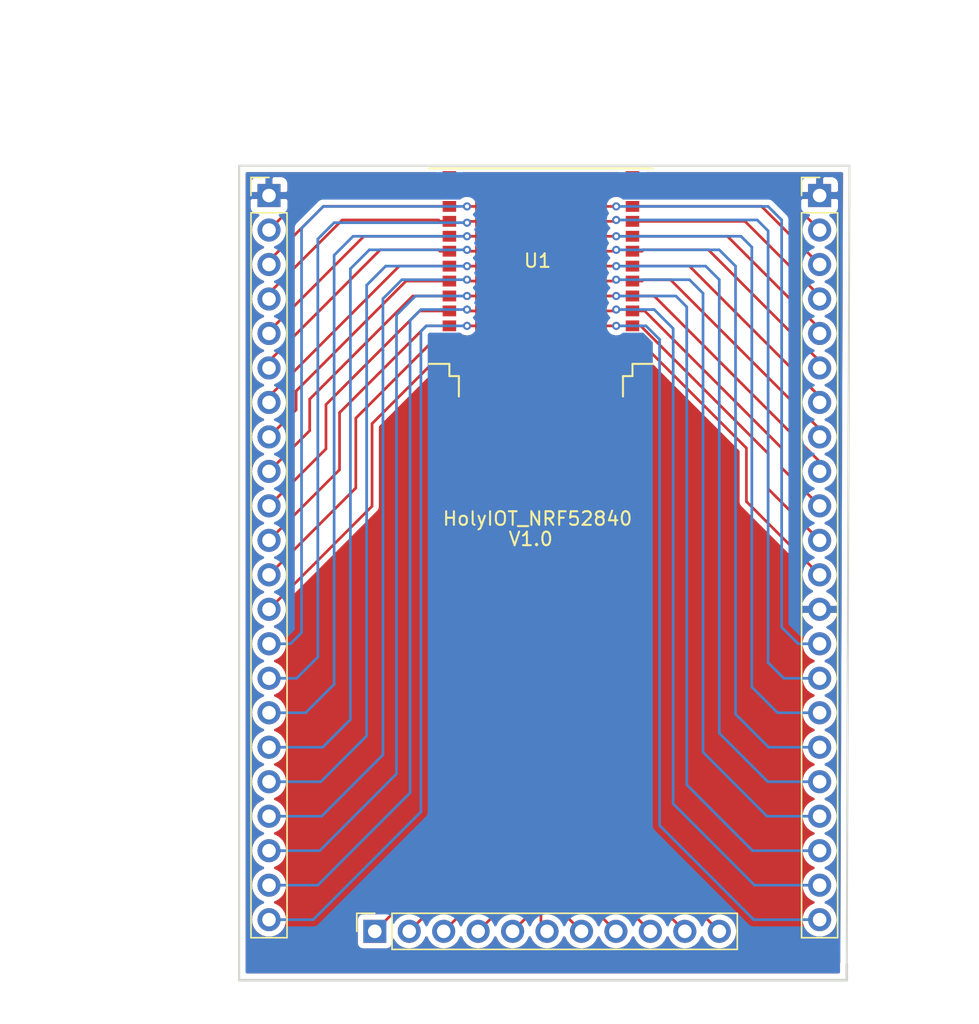
<source format=kicad_pcb>
(kicad_pcb (version 20171130) (host pcbnew "(5.0.0-3-g5ebb6b6)")

  (general
    (thickness 1.6)
    (drawings 9)
    (tracks 254)
    (zones 0)
    (modules 4)
    (nets 54)
  )

  (page A4)
  (title_block
    (title HolyIOT_NRF52840_Module)
    (date 2018-09-02)
    (rev 1.0)
    (comment 1 "Alexandre Perier-Muzet")
    (comment 2 "Mickael Veleine")
    (comment 3 "Aubrin Dodeller")
  )

  (layers
    (0 F.Cu signal)
    (31 B.Cu signal)
    (32 B.Adhes user)
    (33 F.Adhes user)
    (34 B.Paste user)
    (35 F.Paste user)
    (36 B.SilkS user)
    (37 F.SilkS user)
    (38 B.Mask user)
    (39 F.Mask user)
    (40 Dwgs.User user)
    (41 Cmts.User user)
    (42 Eco1.User user)
    (43 Eco2.User user)
    (44 Edge.Cuts user)
    (45 Margin user)
    (46 B.CrtYd user)
    (47 F.CrtYd user)
    (48 B.Fab user)
    (49 F.Fab user)
  )

  (setup
    (last_trace_width 0.2)
    (trace_clearance 0.3)
    (zone_clearance 0.4)
    (zone_45_only no)
    (trace_min 0.2)
    (segment_width 0.2)
    (edge_width 0.15)
    (via_size 0.6)
    (via_drill 0.3)
    (via_min_size 0.4)
    (via_min_drill 0.3)
    (uvia_size 0.3)
    (uvia_drill 0.1)
    (uvias_allowed no)
    (uvia_min_size 0.2)
    (uvia_min_drill 0.1)
    (pcb_text_width 0.3)
    (pcb_text_size 1.5 1.5)
    (mod_edge_width 0.15)
    (mod_text_size 1 1)
    (mod_text_width 0.15)
    (pad_size 1.524 1.524)
    (pad_drill 0.762)
    (pad_to_mask_clearance 0.2)
    (aux_axis_origin 0 0)
    (visible_elements FFFFFF7F)
    (pcbplotparams
      (layerselection 0x010fc_ffffffff)
      (usegerberextensions false)
      (usegerberattributes false)
      (usegerberadvancedattributes false)
      (creategerberjobfile false)
      (excludeedgelayer true)
      (linewidth 0.100000)
      (plotframeref false)
      (viasonmask false)
      (mode 1)
      (useauxorigin false)
      (hpglpennumber 1)
      (hpglpenspeed 20)
      (hpglpendiameter 15.000000)
      (psnegative false)
      (psa4output false)
      (plotreference true)
      (plotvalue true)
      (plotinvisibletext false)
      (padsonsilk false)
      (subtractmaskfromsilk false)
      (outputformat 1)
      (mirror false)
      (drillshape 1)
      (scaleselection 1)
      (outputdirectory ""))
  )

  (net 0 "")
  (net 1 "Net-(J1-Pad2)")
  (net 2 "Net-(J1-Pad3)")
  (net 3 "Net-(J1-Pad4)")
  (net 4 "Net-(J1-Pad5)")
  (net 5 "Net-(J1-Pad6)")
  (net 6 "Net-(J1-Pad7)")
  (net 7 "Net-(J1-Pad8)")
  (net 8 "Net-(J1-Pad9)")
  (net 9 "Net-(J1-Pad10)")
  (net 10 "Net-(J1-Pad11)")
  (net 11 "Net-(J1-Pad12)")
  (net 12 "Net-(J1-Pad13)")
  (net 13 "Net-(J2-Pad2)")
  (net 14 "Net-(J2-Pad3)")
  (net 15 "Net-(J2-Pad4)")
  (net 16 "Net-(J2-Pad5)")
  (net 17 "Net-(J2-Pad6)")
  (net 18 "Net-(J2-Pad7)")
  (net 19 "Net-(J2-Pad8)")
  (net 20 "Net-(J2-Pad9)")
  (net 21 "Net-(J3-Pad1)")
  (net 22 "Net-(J3-Pad2)")
  (net 23 "Net-(J3-Pad3)")
  (net 24 "Net-(J3-Pad4)")
  (net 25 "Net-(J3-Pad5)")
  (net 26 "Net-(J3-Pad6)")
  (net 27 "Net-(J3-Pad7)")
  (net 28 "Net-(J3-Pad8)")
  (net 29 "Net-(J3-Pad9)")
  (net 30 "Net-(J3-Pad10)")
  (net 31 "Net-(J3-Pad11)")
  (net 32 GND)
  (net 33 "Net-(J2-Pad11)")
  (net 34 "Net-(J2-Pad10)")
  (net 35 "Net-(J2-Pad12)")
  (net 36 "Net-(J2-Pad18)")
  (net 37 "Net-(J2-Pad16)")
  (net 38 "Net-(J2-Pad15)")
  (net 39 "Net-(J2-Pad20)")
  (net 40 "Net-(J2-Pad21)")
  (net 41 "Net-(J2-Pad22)")
  (net 42 "Net-(J2-Pad19)")
  (net 43 "Net-(J2-Pad14)")
  (net 44 "Net-(J2-Pad17)")
  (net 45 "Net-(J1-Pad22)")
  (net 46 "Net-(J1-Pad21)")
  (net 47 "Net-(J1-Pad20)")
  (net 48 "Net-(J1-Pad19)")
  (net 49 "Net-(J1-Pad18)")
  (net 50 "Net-(J1-Pad17)")
  (net 51 "Net-(J1-Pad16)")
  (net 52 "Net-(J1-Pad15)")
  (net 53 "Net-(J1-Pad14)")

  (net_class Default "Ceci est la Netclass par défaut."
    (clearance 0.3)
    (trace_width 0.2)
    (via_dia 0.6)
    (via_drill 0.3)
    (uvia_dia 0.3)
    (uvia_drill 0.1)
    (add_net GND)
    (add_net "Net-(J1-Pad10)")
    (add_net "Net-(J1-Pad11)")
    (add_net "Net-(J1-Pad12)")
    (add_net "Net-(J1-Pad13)")
    (add_net "Net-(J1-Pad14)")
    (add_net "Net-(J1-Pad15)")
    (add_net "Net-(J1-Pad16)")
    (add_net "Net-(J1-Pad17)")
    (add_net "Net-(J1-Pad18)")
    (add_net "Net-(J1-Pad19)")
    (add_net "Net-(J1-Pad2)")
    (add_net "Net-(J1-Pad20)")
    (add_net "Net-(J1-Pad21)")
    (add_net "Net-(J1-Pad22)")
    (add_net "Net-(J1-Pad3)")
    (add_net "Net-(J1-Pad4)")
    (add_net "Net-(J1-Pad5)")
    (add_net "Net-(J1-Pad6)")
    (add_net "Net-(J1-Pad7)")
    (add_net "Net-(J1-Pad8)")
    (add_net "Net-(J1-Pad9)")
    (add_net "Net-(J2-Pad10)")
    (add_net "Net-(J2-Pad11)")
    (add_net "Net-(J2-Pad12)")
    (add_net "Net-(J2-Pad14)")
    (add_net "Net-(J2-Pad15)")
    (add_net "Net-(J2-Pad16)")
    (add_net "Net-(J2-Pad17)")
    (add_net "Net-(J2-Pad18)")
    (add_net "Net-(J2-Pad19)")
    (add_net "Net-(J2-Pad2)")
    (add_net "Net-(J2-Pad20)")
    (add_net "Net-(J2-Pad21)")
    (add_net "Net-(J2-Pad22)")
    (add_net "Net-(J2-Pad3)")
    (add_net "Net-(J2-Pad4)")
    (add_net "Net-(J2-Pad5)")
    (add_net "Net-(J2-Pad6)")
    (add_net "Net-(J2-Pad7)")
    (add_net "Net-(J2-Pad8)")
    (add_net "Net-(J2-Pad9)")
    (add_net "Net-(J3-Pad1)")
    (add_net "Net-(J3-Pad10)")
    (add_net "Net-(J3-Pad11)")
    (add_net "Net-(J3-Pad2)")
    (add_net "Net-(J3-Pad3)")
    (add_net "Net-(J3-Pad4)")
    (add_net "Net-(J3-Pad5)")
    (add_net "Net-(J3-Pad6)")
    (add_net "Net-(J3-Pad7)")
    (add_net "Net-(J3-Pad8)")
    (add_net "Net-(J3-Pad9)")
  )

  (module MWL:HolyIOT-NRF52840-Module (layer F.Cu) (tedit 5B8C187B) (tstamp 5BA06AF1)
    (at 118 96)
    (descr "Class 2 Bluetooth Module with on-board antenna")
    (tags "Bluetooth Module")
    (path /5B9DD21A)
    (attr smd)
    (fp_text reference U1 (at 0 -7) (layer F.SilkS)
      (effects (font (size 1 1) (thickness 0.15)))
    )
    (fp_text value HolyIOT_NRF52840 (at 0 12) (layer F.SilkS)
      (effects (font (size 1 1) (thickness 0.15)))
    )
    (fp_line (start 7 -16.5) (end 7 -13.8) (layer F.Fab) (width 0.15))
    (fp_line (start 7 1.5) (end 7 0.6) (layer F.SilkS) (width 0.15))
    (fp_line (start 6.3 1.5) (end 7 1.5) (layer F.SilkS) (width 0.15))
    (fp_line (start -6.5 -16.5) (end -6.5 -13.8) (layer F.Fab) (width 0.15))
    (fp_line (start -6.5 1.5) (end -5.8 1.5) (layer F.SilkS) (width 0.15))
    (fp_line (start -6.5 0.6) (end -6.5 1.5) (layer F.SilkS) (width 0.15))
    (fp_line (start -6.5 0.6) (end -8 0.6) (layer F.SilkS) (width 0.15))
    (fp_line (start -6.5 -13.8) (end -8 -13.8) (layer F.SilkS) (width 0.15))
    (fp_line (start 7 -13.8) (end 8.5 -13.8) (layer F.SilkS) (width 0.15))
    (fp_line (start 7 0.6) (end 8.5 0.6) (layer F.SilkS) (width 0.15))
    (fp_line (start -5.8 1.5) (end -5.8 3) (layer F.SilkS) (width 0.15))
    (fp_line (start 6.3 1.5) (end 6.3 3) (layer F.SilkS) (width 0.15))
    (fp_line (start -6.5 -13.8) (end 7 -13.8) (layer F.SilkS) (width 0.15))
    (fp_text user NRF52840 (at -0.5 10) (layer F.SilkS) hide
      (effects (font (size 1 1) (thickness 0.15)))
    )
    (fp_line (start -6.5 -16.5) (end 7 -16.5) (layer F.Fab) (width 0.15))
    (fp_text user "Antenna Area" (at 0 -15.4) (layer F.Fab)
      (effects (font (size 1 1) (thickness 0.15)))
    )
    (pad 47 smd rect (at 3.55 1.5 90) (size 1 0.8) (layers F.Cu F.Paste F.Mask)
      (net 29 "Net-(J3-Pad9)"))
    (pad 45 smd rect (at 5.75 1.5 90) (size 1 0.8) (layers F.Cu F.Paste F.Mask)
      (net 31 "Net-(J3-Pad11)"))
    (pad 46 smd rect (at 4.65 1.5 90) (size 1 0.8) (layers F.Cu F.Paste F.Mask)
      (net 30 "Net-(J3-Pad10)"))
    (pad 48 smd rect (at 2.45 1.5 90) (size 1 0.8) (layers F.Cu F.Paste F.Mask)
      (net 28 "Net-(J3-Pad8)"))
    (pad 55 smd rect (at -5.25 1.5 90) (size 1 0.8) (layers F.Cu F.Paste F.Mask)
      (net 21 "Net-(J3-Pad1)"))
    (pad 49 smd rect (at 1.35 1.5 90) (size 1 0.8) (layers F.Cu F.Paste F.Mask)
      (net 27 "Net-(J3-Pad7)"))
    (pad 50 smd rect (at 0.25 1.5 90) (size 1 0.8) (layers F.Cu F.Paste F.Mask)
      (net 26 "Net-(J3-Pad6)"))
    (pad 51 smd rect (at -0.85 1.5 90) (size 1 0.8) (layers F.Cu F.Paste F.Mask)
      (net 25 "Net-(J3-Pad5)"))
    (pad 52 smd rect (at -1.95 1.5 90) (size 1 0.8) (layers F.Cu F.Paste F.Mask)
      (net 24 "Net-(J3-Pad4)"))
    (pad 53 smd rect (at -3.05 1.5 90) (size 1 0.8) (layers F.Cu F.Paste F.Mask)
      (net 23 "Net-(J3-Pad3)"))
    (pad 54 smd rect (at -4.15 1.5 90) (size 1 0.8) (layers F.Cu F.Paste F.Mask)
      (net 22 "Net-(J3-Pad2)"))
    (pad 40 smd rect (at 7 -4.4) (size 1 0.8) (layers F.Cu F.Paste F.Mask)
      (net 20 "Net-(J2-Pad9)"))
    (pad 42 smd rect (at 7 -2.2) (size 1 0.8) (layers F.Cu F.Paste F.Mask)
      (net 33 "Net-(J2-Pad11)"))
    (pad 41 smd rect (at 7 -3.3) (size 1 0.8) (layers F.Cu F.Paste F.Mask)
      (net 34 "Net-(J2-Pad10)"))
    (pad 39 smd rect (at 7 -5.5) (size 1 0.8) (layers F.Cu F.Paste F.Mask)
      (net 19 "Net-(J2-Pad8)"))
    (pad 44 smd rect (at 7 0) (size 1 0.8) (layers F.Cu F.Paste F.Mask)
      (net 32 GND))
    (pad 43 smd rect (at 7 -1.1) (size 1 0.8) (layers F.Cu F.Paste F.Mask)
      (net 35 "Net-(J2-Pad12)"))
    (pad 32 smd rect (at 7 -13.2) (size 1 0.8) (layers F.Cu F.Paste F.Mask)
      (net 32 GND))
    (pad 38 smd rect (at 7 -6.6) (size 1 0.8) (layers F.Cu F.Paste F.Mask)
      (net 18 "Net-(J2-Pad7)"))
    (pad 37 smd rect (at 7 -7.7) (size 1 0.8) (layers F.Cu F.Paste F.Mask)
      (net 17 "Net-(J2-Pad6)"))
    (pad 36 smd rect (at 7 -8.8) (size 1 0.8) (layers F.Cu F.Paste F.Mask)
      (net 16 "Net-(J2-Pad5)"))
    (pad 35 smd rect (at 7 -9.9) (size 1 0.8) (layers F.Cu F.Paste F.Mask)
      (net 15 "Net-(J2-Pad4)"))
    (pad 34 smd rect (at 7 -11) (size 1 0.8) (layers F.Cu F.Paste F.Mask)
      (net 14 "Net-(J2-Pad3)"))
    (pad 33 smd rect (at 7 -12.1) (size 1 0.8) (layers F.Cu F.Paste F.Mask)
      (net 13 "Net-(J2-Pad2)"))
    (pad 13 smd rect (at -6.5 0) (size 1 0.8) (layers F.Cu F.Paste F.Mask)
      (net 12 "Net-(J1-Pad13)"))
    (pad 12 smd rect (at -6.5 -1.1) (size 1 0.8) (layers F.Cu F.Paste F.Mask)
      (net 11 "Net-(J1-Pad12)"))
    (pad 11 smd rect (at -6.5 -2.2) (size 1 0.8) (layers F.Cu F.Paste F.Mask)
      (net 10 "Net-(J1-Pad11)"))
    (pad 10 smd rect (at -6.5 -3.3) (size 1 0.8) (layers F.Cu F.Paste F.Mask)
      (net 9 "Net-(J1-Pad10)"))
    (pad 9 smd rect (at -6.5 -4.4) (size 1 0.8) (layers F.Cu F.Paste F.Mask)
      (net 8 "Net-(J1-Pad9)"))
    (pad 8 smd rect (at -6.5 -5.5) (size 1 0.8) (layers F.Cu F.Paste F.Mask)
      (net 7 "Net-(J1-Pad8)"))
    (pad 27 smd rect (at 4.6 -6.6) (size 1 0.8) (layers F.Cu F.Paste F.Mask)
      (net 36 "Net-(J2-Pad18)"))
    (pad 25 smd rect (at 4.6 -8.8) (size 1 0.8) (layers F.Cu F.Paste F.Mask)
      (net 37 "Net-(J2-Pad16)"))
    (pad 24 smd rect (at 4.6 -9.9) (size 1 0.8) (layers F.Cu F.Paste F.Mask)
      (net 38 "Net-(J2-Pad15)"))
    (pad 29 smd rect (at 4.6 -4.4) (size 1 0.8) (layers F.Cu F.Paste F.Mask)
      (net 39 "Net-(J2-Pad20)"))
    (pad 30 smd rect (at 4.6 -3.3) (size 1 0.8) (layers F.Cu F.Paste F.Mask)
      (net 40 "Net-(J2-Pad21)"))
    (pad 31 smd rect (at 4.6 -2.2) (size 1 0.8) (layers F.Cu F.Paste F.Mask)
      (net 41 "Net-(J2-Pad22)"))
    (pad 28 smd rect (at 4.6 -5.5) (size 1 0.8) (layers F.Cu F.Paste F.Mask)
      (net 42 "Net-(J2-Pad19)"))
    (pad 23 smd rect (at 4.6 -11) (size 1 0.8) (layers F.Cu F.Paste F.Mask)
      (net 43 "Net-(J2-Pad14)"))
    (pad 26 smd rect (at 4.6 -7.7) (size 1 0.8) (layers F.Cu F.Paste F.Mask)
      (net 44 "Net-(J2-Pad17)"))
    (pad 22 smd rect (at -4.1 -2.2) (size 1 0.8) (layers F.Cu F.Paste F.Mask)
      (net 45 "Net-(J1-Pad22)"))
    (pad 21 smd rect (at -4.1 -3.3) (size 1 0.8) (layers F.Cu F.Paste F.Mask)
      (net 46 "Net-(J1-Pad21)"))
    (pad 20 smd rect (at -4.1 -4.4) (size 1 0.8) (layers F.Cu F.Paste F.Mask)
      (net 47 "Net-(J1-Pad20)"))
    (pad 19 smd rect (at -4.1 -5.5) (size 1 0.8) (layers F.Cu F.Paste F.Mask)
      (net 48 "Net-(J1-Pad19)"))
    (pad 18 smd rect (at -4.1 -6.6) (size 1 0.8) (layers F.Cu F.Paste F.Mask)
      (net 49 "Net-(J1-Pad18)"))
    (pad 17 smd rect (at -4.1 -7.7) (size 1 0.8) (layers F.Cu F.Paste F.Mask)
      (net 50 "Net-(J1-Pad17)"))
    (pad 16 smd rect (at -4.1 -8.8) (size 1 0.8) (layers F.Cu F.Paste F.Mask)
      (net 51 "Net-(J1-Pad16)"))
    (pad 15 smd rect (at -4.1 -9.9) (size 1 0.8) (layers F.Cu F.Paste F.Mask)
      (net 52 "Net-(J1-Pad15)"))
    (pad 14 smd rect (at -4.1 -11) (size 1 0.8) (layers F.Cu F.Paste F.Mask)
      (net 53 "Net-(J1-Pad14)"))
    (pad 7 smd rect (at -6.5 -6.6) (size 1 0.8) (layers F.Cu F.Paste F.Mask)
      (net 6 "Net-(J1-Pad7)"))
    (pad 6 smd rect (at -6.5 -7.7) (size 1 0.8) (layers F.Cu F.Paste F.Mask)
      (net 5 "Net-(J1-Pad6)"))
    (pad 5 smd rect (at -6.5 -8.8) (size 1 0.8) (layers F.Cu F.Paste F.Mask)
      (net 4 "Net-(J1-Pad5)"))
    (pad 4 smd rect (at -6.5 -9.9) (size 1 0.8) (layers F.Cu F.Paste F.Mask)
      (net 3 "Net-(J1-Pad4)"))
    (pad 3 smd rect (at -6.5 -11) (size 1 0.8) (layers F.Cu F.Paste F.Mask)
      (net 2 "Net-(J1-Pad3)"))
    (pad 2 smd rect (at -6.5 -12.1) (size 1 0.8) (layers F.Cu F.Paste F.Mask)
      (net 1 "Net-(J1-Pad2)"))
    (pad 1 smd rect (at -6.5 -13.2) (size 1 0.8) (layers F.Cu F.Paste F.Mask)
      (net 32 GND))
    (model ${KISYS3DMOD}/RF_Module.3dshapes/RN42.wrl
      (at (xyz 0 0 0))
      (scale (xyz 1 1 1))
      (rotate (xyz 0 0 0))
    )
  )

  (module Connector_PinSocket_2.54mm:PinSocket_1x11_P2.54mm_Vertical (layer F.Cu) (tedit 5B8C1849) (tstamp 5BA06A68)
    (at 106 138.4 90)
    (descr "Through hole straight socket strip, 1x11, 2.54mm pitch, single row (from Kicad 4.0.7), script generated")
    (tags "Through hole socket strip THT 1x11 2.54mm single row")
    (path /5B8BF522)
    (fp_text reference J3 (at 2.5 12.5 180) (layer F.SilkS) hide
      (effects (font (size 1 1) (thickness 0.15)))
    )
    (fp_text value Conn_01x11_Male (at -6 13 180) (layer F.Fab)
      (effects (font (size 1 1) (thickness 0.15)))
    )
    (fp_line (start -1.27 -1.27) (end 0.635 -1.27) (layer F.Fab) (width 0.1))
    (fp_line (start 0.635 -1.27) (end 1.27 -0.635) (layer F.Fab) (width 0.1))
    (fp_line (start 1.27 -0.635) (end 1.27 26.67) (layer F.Fab) (width 0.1))
    (fp_line (start 1.27 26.67) (end -1.27 26.67) (layer F.Fab) (width 0.1))
    (fp_line (start -1.27 26.67) (end -1.27 -1.27) (layer F.Fab) (width 0.1))
    (fp_line (start -1.33 1.27) (end 1.33 1.27) (layer F.SilkS) (width 0.12))
    (fp_line (start -1.33 1.27) (end -1.33 26.73) (layer F.SilkS) (width 0.12))
    (fp_line (start -1.33 26.73) (end 1.33 26.73) (layer F.SilkS) (width 0.12))
    (fp_line (start 1.33 1.27) (end 1.33 26.73) (layer F.SilkS) (width 0.12))
    (fp_line (start 1.33 -1.33) (end 1.33 0) (layer F.SilkS) (width 0.12))
    (fp_line (start 0 -1.33) (end 1.33 -1.33) (layer F.SilkS) (width 0.12))
    (fp_line (start -1.8 -1.8) (end 1.75 -1.8) (layer F.CrtYd) (width 0.05))
    (fp_line (start 1.75 -1.8) (end 1.75 27.15) (layer F.CrtYd) (width 0.05))
    (fp_line (start 1.75 27.15) (end -1.8 27.15) (layer F.CrtYd) (width 0.05))
    (fp_line (start -1.8 27.15) (end -1.8 -1.8) (layer F.CrtYd) (width 0.05))
    (fp_text user %R (at 0 12.7 180) (layer F.Fab)
      (effects (font (size 1 1) (thickness 0.15)))
    )
    (pad 1 thru_hole rect (at 0 0 90) (size 1.7 1.7) (drill 1) (layers *.Cu *.Mask)
      (net 21 "Net-(J3-Pad1)"))
    (pad 2 thru_hole oval (at 0 2.54 90) (size 1.7 1.7) (drill 1) (layers *.Cu *.Mask)
      (net 22 "Net-(J3-Pad2)"))
    (pad 3 thru_hole oval (at 0 5.08 90) (size 1.7 1.7) (drill 1) (layers *.Cu *.Mask)
      (net 23 "Net-(J3-Pad3)"))
    (pad 4 thru_hole oval (at 0 7.62 90) (size 1.7 1.7) (drill 1) (layers *.Cu *.Mask)
      (net 24 "Net-(J3-Pad4)"))
    (pad 5 thru_hole oval (at 0 10.16 90) (size 1.7 1.7) (drill 1) (layers *.Cu *.Mask)
      (net 25 "Net-(J3-Pad5)"))
    (pad 6 thru_hole oval (at 0 12.7 90) (size 1.7 1.7) (drill 1) (layers *.Cu *.Mask)
      (net 26 "Net-(J3-Pad6)"))
    (pad 7 thru_hole oval (at 0 15.24 90) (size 1.7 1.7) (drill 1) (layers *.Cu *.Mask)
      (net 27 "Net-(J3-Pad7)"))
    (pad 8 thru_hole oval (at 0 17.78 90) (size 1.7 1.7) (drill 1) (layers *.Cu *.Mask)
      (net 28 "Net-(J3-Pad8)"))
    (pad 9 thru_hole oval (at 0 20.32 90) (size 1.7 1.7) (drill 1) (layers *.Cu *.Mask)
      (net 29 "Net-(J3-Pad9)"))
    (pad 10 thru_hole oval (at 0 22.86 90) (size 1.7 1.7) (drill 1) (layers *.Cu *.Mask)
      (net 30 "Net-(J3-Pad10)"))
    (pad 11 thru_hole oval (at 0 25.4 90) (size 1.7 1.7) (drill 1) (layers *.Cu *.Mask)
      (net 31 "Net-(J3-Pad11)"))
    (model ${KISYS3DMOD}/Connector_PinSocket_2.54mm.3dshapes/PinSocket_1x11_P2.54mm_Vertical.wrl
      (at (xyz 0 0 0))
      (scale (xyz 1 1 1))
      (rotate (xyz 0 0 0))
    )
  )

  (module Connector_PinHeader_2.54mm:PinHeader_1x22_P2.54mm_Vertical (layer F.Cu) (tedit 5B8C2251) (tstamp 5BAC9461)
    (at 98.2 84.2)
    (descr "Through hole straight pin header, 1x22, 2.54mm pitch, single row")
    (tags "Through hole pin header THT 1x22 2.54mm single row")
    (path /5B8F408A)
    (fp_text reference J1 (at 0 -3.6) (layer F.SilkS) hide
      (effects (font (size 1 1) (thickness 0.15)))
    )
    (fp_text value Conn_01x22_Male (at -1.4 58.8) (layer F.Fab)
      (effects (font (size 1 1) (thickness 0.15)))
    )
    (fp_line (start -0.635 -1.27) (end 1.27 -1.27) (layer F.Fab) (width 0.1))
    (fp_line (start 1.27 -1.27) (end 1.27 54.61) (layer F.Fab) (width 0.1))
    (fp_line (start 1.27 54.61) (end -1.27 54.61) (layer F.Fab) (width 0.1))
    (fp_line (start -1.27 54.61) (end -1.27 -0.635) (layer F.Fab) (width 0.1))
    (fp_line (start -1.27 -0.635) (end -0.635 -1.27) (layer F.Fab) (width 0.1))
    (fp_line (start -1.33 54.67) (end 1.33 54.67) (layer F.SilkS) (width 0.12))
    (fp_line (start -1.33 1.27) (end -1.33 54.67) (layer F.SilkS) (width 0.12))
    (fp_line (start 1.33 1.27) (end 1.33 54.67) (layer F.SilkS) (width 0.12))
    (fp_line (start -1.33 1.27) (end 1.33 1.27) (layer F.SilkS) (width 0.12))
    (fp_line (start -1.33 0) (end -1.33 -1.33) (layer F.SilkS) (width 0.12))
    (fp_line (start -1.33 -1.33) (end 0 -1.33) (layer F.SilkS) (width 0.12))
    (fp_line (start -1.8 -1.8) (end -1.8 55.15) (layer F.CrtYd) (width 0.05))
    (fp_line (start -1.8 55.15) (end 1.8 55.15) (layer F.CrtYd) (width 0.05))
    (fp_line (start 1.8 55.15) (end 1.8 -1.8) (layer F.CrtYd) (width 0.05))
    (fp_line (start 1.8 -1.8) (end -1.8 -1.8) (layer F.CrtYd) (width 0.05))
    (fp_text user %R (at 0 26.67 90) (layer F.Fab)
      (effects (font (size 1 1) (thickness 0.15)))
    )
    (pad 1 thru_hole rect (at 0 0) (size 1.7 1.7) (drill 1) (layers *.Cu *.Mask)
      (net 32 GND))
    (pad 2 thru_hole oval (at 0 2.54) (size 1.7 1.7) (drill 1) (layers *.Cu *.Mask)
      (net 1 "Net-(J1-Pad2)"))
    (pad 3 thru_hole oval (at 0 5.08) (size 1.7 1.7) (drill 1) (layers *.Cu *.Mask)
      (net 2 "Net-(J1-Pad3)"))
    (pad 4 thru_hole oval (at 0 7.62) (size 1.7 1.7) (drill 1) (layers *.Cu *.Mask)
      (net 3 "Net-(J1-Pad4)"))
    (pad 5 thru_hole oval (at 0 10.16) (size 1.7 1.7) (drill 1) (layers *.Cu *.Mask)
      (net 4 "Net-(J1-Pad5)"))
    (pad 6 thru_hole oval (at 0 12.7) (size 1.7 1.7) (drill 1) (layers *.Cu *.Mask)
      (net 5 "Net-(J1-Pad6)"))
    (pad 7 thru_hole oval (at 0 15.24) (size 1.7 1.7) (drill 1) (layers *.Cu *.Mask)
      (net 6 "Net-(J1-Pad7)"))
    (pad 8 thru_hole oval (at 0 17.78) (size 1.7 1.7) (drill 1) (layers *.Cu *.Mask)
      (net 7 "Net-(J1-Pad8)"))
    (pad 9 thru_hole oval (at 0 20.32) (size 1.7 1.7) (drill 1) (layers *.Cu *.Mask)
      (net 8 "Net-(J1-Pad9)"))
    (pad 10 thru_hole oval (at 0 22.86) (size 1.7 1.7) (drill 1) (layers *.Cu *.Mask)
      (net 9 "Net-(J1-Pad10)"))
    (pad 11 thru_hole oval (at 0 25.4) (size 1.7 1.7) (drill 1) (layers *.Cu *.Mask)
      (net 10 "Net-(J1-Pad11)"))
    (pad 12 thru_hole oval (at 0 27.94) (size 1.7 1.7) (drill 1) (layers *.Cu *.Mask)
      (net 11 "Net-(J1-Pad12)"))
    (pad 13 thru_hole oval (at 0 30.48) (size 1.7 1.7) (drill 1) (layers *.Cu *.Mask)
      (net 12 "Net-(J1-Pad13)"))
    (pad 14 thru_hole oval (at 0 33.02) (size 1.7 1.7) (drill 1) (layers *.Cu *.Mask)
      (net 53 "Net-(J1-Pad14)"))
    (pad 15 thru_hole oval (at 0 35.56) (size 1.7 1.7) (drill 1) (layers *.Cu *.Mask)
      (net 52 "Net-(J1-Pad15)"))
    (pad 16 thru_hole oval (at 0 38.1) (size 1.7 1.7) (drill 1) (layers *.Cu *.Mask)
      (net 51 "Net-(J1-Pad16)"))
    (pad 17 thru_hole oval (at 0 40.64) (size 1.7 1.7) (drill 1) (layers *.Cu *.Mask)
      (net 50 "Net-(J1-Pad17)"))
    (pad 18 thru_hole oval (at 0 43.18) (size 1.7 1.7) (drill 1) (layers *.Cu *.Mask)
      (net 49 "Net-(J1-Pad18)"))
    (pad 19 thru_hole oval (at 0 45.72) (size 1.7 1.7) (drill 1) (layers *.Cu *.Mask)
      (net 48 "Net-(J1-Pad19)"))
    (pad 20 thru_hole oval (at 0 48.26) (size 1.7 1.7) (drill 1) (layers *.Cu *.Mask)
      (net 47 "Net-(J1-Pad20)"))
    (pad 21 thru_hole oval (at 0 50.8) (size 1.7 1.7) (drill 1) (layers *.Cu *.Mask)
      (net 46 "Net-(J1-Pad21)"))
    (pad 22 thru_hole oval (at 0 53.34) (size 1.7 1.7) (drill 1) (layers *.Cu *.Mask)
      (net 45 "Net-(J1-Pad22)"))
    (model ${KISYS3DMOD}/Connector_PinHeader_2.54mm.3dshapes/PinHeader_1x22_P2.54mm_Vertical.wrl
      (at (xyz 0 0 0))
      (scale (xyz 1 1 1))
      (rotate (xyz 0 0 0))
    )
  )

  (module Connector_PinHeader_2.54mm:PinHeader_1x22_P2.54mm_Vertical (layer F.Cu) (tedit 5B8C2244) (tstamp 5BAC948A)
    (at 138.8 84.2)
    (descr "Through hole straight pin header, 1x22, 2.54mm pitch, single row")
    (tags "Through hole pin header THT 1x22 2.54mm single row")
    (path /5B90F2A0)
    (fp_text reference J2 (at 0 -4.2) (layer F.SilkS) hide
      (effects (font (size 1 1) (thickness 0.15)))
    )
    (fp_text value Conn_01x22_Male (at 5 58.4) (layer F.Fab)
      (effects (font (size 1 1) (thickness 0.15)))
    )
    (fp_text user %R (at 0 26.67 90) (layer F.Fab)
      (effects (font (size 1 1) (thickness 0.15)))
    )
    (fp_line (start 1.8 -1.8) (end -1.8 -1.8) (layer F.CrtYd) (width 0.05))
    (fp_line (start 1.8 55.15) (end 1.8 -1.8) (layer F.CrtYd) (width 0.05))
    (fp_line (start -1.8 55.15) (end 1.8 55.15) (layer F.CrtYd) (width 0.05))
    (fp_line (start -1.8 -1.8) (end -1.8 55.15) (layer F.CrtYd) (width 0.05))
    (fp_line (start -1.33 -1.33) (end 0 -1.33) (layer F.SilkS) (width 0.12))
    (fp_line (start -1.33 0) (end -1.33 -1.33) (layer F.SilkS) (width 0.12))
    (fp_line (start -1.33 1.27) (end 1.33 1.27) (layer F.SilkS) (width 0.12))
    (fp_line (start 1.33 1.27) (end 1.33 54.67) (layer F.SilkS) (width 0.12))
    (fp_line (start -1.33 1.27) (end -1.33 54.67) (layer F.SilkS) (width 0.12))
    (fp_line (start -1.33 54.67) (end 1.33 54.67) (layer F.SilkS) (width 0.12))
    (fp_line (start -1.27 -0.635) (end -0.635 -1.27) (layer F.Fab) (width 0.1))
    (fp_line (start -1.27 54.61) (end -1.27 -0.635) (layer F.Fab) (width 0.1))
    (fp_line (start 1.27 54.61) (end -1.27 54.61) (layer F.Fab) (width 0.1))
    (fp_line (start 1.27 -1.27) (end 1.27 54.61) (layer F.Fab) (width 0.1))
    (fp_line (start -0.635 -1.27) (end 1.27 -1.27) (layer F.Fab) (width 0.1))
    (pad 22 thru_hole oval (at 0 53.34) (size 1.7 1.7) (drill 1) (layers *.Cu *.Mask)
      (net 41 "Net-(J2-Pad22)"))
    (pad 21 thru_hole oval (at 0 50.8) (size 1.7 1.7) (drill 1) (layers *.Cu *.Mask)
      (net 40 "Net-(J2-Pad21)"))
    (pad 20 thru_hole oval (at 0 48.26) (size 1.7 1.7) (drill 1) (layers *.Cu *.Mask)
      (net 39 "Net-(J2-Pad20)"))
    (pad 19 thru_hole oval (at 0 45.72) (size 1.7 1.7) (drill 1) (layers *.Cu *.Mask)
      (net 42 "Net-(J2-Pad19)"))
    (pad 18 thru_hole oval (at 0 43.18) (size 1.7 1.7) (drill 1) (layers *.Cu *.Mask)
      (net 36 "Net-(J2-Pad18)"))
    (pad 17 thru_hole oval (at 0 40.64) (size 1.7 1.7) (drill 1) (layers *.Cu *.Mask)
      (net 44 "Net-(J2-Pad17)"))
    (pad 16 thru_hole oval (at 0 38.1) (size 1.7 1.7) (drill 1) (layers *.Cu *.Mask)
      (net 37 "Net-(J2-Pad16)"))
    (pad 15 thru_hole oval (at 0 35.56) (size 1.7 1.7) (drill 1) (layers *.Cu *.Mask)
      (net 38 "Net-(J2-Pad15)"))
    (pad 14 thru_hole oval (at 0 33.02) (size 1.7 1.7) (drill 1) (layers *.Cu *.Mask)
      (net 43 "Net-(J2-Pad14)"))
    (pad 13 thru_hole oval (at 0 30.48) (size 1.7 1.7) (drill 1) (layers *.Cu *.Mask)
      (net 32 GND))
    (pad 12 thru_hole oval (at 0 27.94) (size 1.7 1.7) (drill 1) (layers *.Cu *.Mask)
      (net 35 "Net-(J2-Pad12)"))
    (pad 11 thru_hole oval (at 0 25.4) (size 1.7 1.7) (drill 1) (layers *.Cu *.Mask)
      (net 33 "Net-(J2-Pad11)"))
    (pad 10 thru_hole oval (at 0 22.86) (size 1.7 1.7) (drill 1) (layers *.Cu *.Mask)
      (net 34 "Net-(J2-Pad10)"))
    (pad 9 thru_hole oval (at 0 20.32) (size 1.7 1.7) (drill 1) (layers *.Cu *.Mask)
      (net 20 "Net-(J2-Pad9)"))
    (pad 8 thru_hole oval (at 0 17.78) (size 1.7 1.7) (drill 1) (layers *.Cu *.Mask)
      (net 19 "Net-(J2-Pad8)"))
    (pad 7 thru_hole oval (at 0 15.24) (size 1.7 1.7) (drill 1) (layers *.Cu *.Mask)
      (net 18 "Net-(J2-Pad7)"))
    (pad 6 thru_hole oval (at 0 12.7) (size 1.7 1.7) (drill 1) (layers *.Cu *.Mask)
      (net 17 "Net-(J2-Pad6)"))
    (pad 5 thru_hole oval (at 0 10.16) (size 1.7 1.7) (drill 1) (layers *.Cu *.Mask)
      (net 16 "Net-(J2-Pad5)"))
    (pad 4 thru_hole oval (at 0 7.62) (size 1.7 1.7) (drill 1) (layers *.Cu *.Mask)
      (net 15 "Net-(J2-Pad4)"))
    (pad 3 thru_hole oval (at 0 5.08) (size 1.7 1.7) (drill 1) (layers *.Cu *.Mask)
      (net 14 "Net-(J2-Pad3)"))
    (pad 2 thru_hole oval (at 0 2.54) (size 1.7 1.7) (drill 1) (layers *.Cu *.Mask)
      (net 13 "Net-(J2-Pad2)"))
    (pad 1 thru_hole rect (at 0 0) (size 1.7 1.7) (drill 1) (layers *.Cu *.Mask)
      (net 32 GND))
    (model ${KISYS3DMOD}/Connector_PinHeader_2.54mm.3dshapes/PinHeader_1x22_P2.54mm_Vertical.wrl
      (at (xyz 0 0 0))
      (scale (xyz 1 1 1))
      (rotate (xyz 0 0 0))
    )
  )

  (gr_line (start 96 141) (end 96 142) (layer Edge.Cuts) (width 0.15))
  (gr_line (start 140.8 142) (end 140.8 140.8) (layer Edge.Cuts) (width 0.2))
  (gr_line (start 96 142) (end 140.8 142) (layer Edge.Cuts) (width 0.2))
  (dimension 60 (width 0.3) (layer Cmts.User)
    (gr_text "60,000 mm" (at 83.9 112 270) (layer Cmts.User)
      (effects (font (size 1.5 1.5) (thickness 0.3)))
    )
    (feature1 (pts (xy 96 142) (xy 85.413579 142)))
    (feature2 (pts (xy 96 82) (xy 85.413579 82)))
    (crossbar (pts (xy 86 82) (xy 86 142)))
    (arrow1a (pts (xy 86 142) (xy 85.413579 140.873496)))
    (arrow1b (pts (xy 86 142) (xy 86.586421 140.873496)))
    (arrow2a (pts (xy 86 82) (xy 85.413579 83.126504)))
    (arrow2b (pts (xy 86 82) (xy 86.586421 83.126504)))
  )
  (gr_line (start 141 82) (end 140.8 140.8) (angle 90) (layer Edge.Cuts) (width 0.15))
  (gr_line (start 96 82) (end 96 141) (angle 90) (layer Edge.Cuts) (width 0.15))
  (gr_text V1.0 (at 117.5 109.5) (layer F.SilkS)
    (effects (font (size 1 1) (thickness 0.15)))
  )
  (gr_line (start 141 82) (end 96 82) (layer Edge.Cuts) (width 0.15))
  (dimension 45 (width 0.3) (layer Cmts.User)
    (gr_text "45,000 mm" (at 118.5 70.9) (layer Cmts.User)
      (effects (font (size 1.5 1.5) (thickness 0.3)))
    )
    (feature1 (pts (xy 141 82) (xy 141 72.413579)))
    (feature2 (pts (xy 96 82) (xy 96 72.413579)))
    (crossbar (pts (xy 96 73) (xy 141 73)))
    (arrow1a (pts (xy 141 73) (xy 139.873496 73.586421)))
    (arrow1b (pts (xy 141 73) (xy 139.873496 72.413579)))
    (arrow2a (pts (xy 96 73) (xy 97.126504 73.586421)))
    (arrow2b (pts (xy 96 73) (xy 97.126504 72.413579)))
  )

  (segment (start 101.04 83.9) (end 98.2 86.74) (width 0.2) (layer F.Cu) (net 1))
  (segment (start 111.5 83.9) (end 101.04 83.9) (width 0.2) (layer F.Cu) (net 1))
  (segment (start 98.2 89) (end 98.2 89.28) (width 0.2) (layer F.Cu) (net 2))
  (segment (start 102.2 85) (end 98.2 89) (width 0.2) (layer F.Cu) (net 2))
  (segment (start 111.5 85) (end 102.2 85) (width 0.2) (layer F.Cu) (net 2))
  (segment (start 110.8 86.1) (end 110.7 86) (width 0.2) (layer F.Cu) (net 3))
  (segment (start 98.2 91.4) (end 98.2 91.82) (width 0.2) (layer F.Cu) (net 3))
  (segment (start 103.6 86) (end 98.2 91.4) (width 0.2) (layer F.Cu) (net 3))
  (segment (start 110.7 86) (end 103.6 86) (width 0.2) (layer F.Cu) (net 3))
  (segment (start 111.5 86.1) (end 110.8 86.1) (width 0.2) (layer F.Cu) (net 3))
  (segment (start 98.2 94.2) (end 98.2 94.36) (width 0.2) (layer F.Cu) (net 4))
  (segment (start 105.2 87.2) (end 98.2 94.2) (width 0.2) (layer F.Cu) (net 4))
  (segment (start 111.5 87.2) (end 105.2 87.2) (width 0.2) (layer F.Cu) (net 4))
  (segment (start 98.2 96.4) (end 98.2 96.9) (width 0.2) (layer F.Cu) (net 5))
  (segment (start 110.7 88.2) (end 106.4 88.2) (width 0.2) (layer F.Cu) (net 5))
  (segment (start 106.4 88.2) (end 98.2 96.4) (width 0.2) (layer F.Cu) (net 5))
  (segment (start 110.8 88.3) (end 110.7 88.2) (width 0.2) (layer F.Cu) (net 5))
  (segment (start 111.5 88.3) (end 110.8 88.3) (width 0.2) (layer F.Cu) (net 5))
  (segment (start 98.2 99) (end 98.2 99.44) (width 0.2) (layer F.Cu) (net 6))
  (segment (start 107.8 89.4) (end 98.2 99) (width 0.2) (layer F.Cu) (net 6))
  (segment (start 111.5 89.4) (end 107.8 89.4) (width 0.2) (layer F.Cu) (net 6))
  (segment (start 100.2 98.6) (end 100.2 99.98) (width 0.2) (layer F.Cu) (net 7))
  (segment (start 100.2 99.98) (end 98.2 101.98) (width 0.2) (layer F.Cu) (net 7))
  (segment (start 108.3 90.5) (end 100.2 98.6) (width 0.2) (layer F.Cu) (net 7))
  (segment (start 111.5 90.5) (end 108.3 90.5) (width 0.2) (layer F.Cu) (net 7))
  (segment (start 101.2 101.52) (end 98.2 104.52) (width 0.2) (layer F.Cu) (net 8))
  (segment (start 101.2 99.2) (end 101.2 101.52) (width 0.2) (layer F.Cu) (net 8))
  (segment (start 108.8 91.6) (end 101.2 99.2) (width 0.2) (layer F.Cu) (net 8))
  (segment (start 111.5 91.6) (end 108.8 91.6) (width 0.2) (layer F.Cu) (net 8))
  (segment (start 102.4 102.86) (end 98.2 107.06) (width 0.2) (layer F.Cu) (net 9))
  (segment (start 102.4 99.6) (end 102.4 102.86) (width 0.2) (layer F.Cu) (net 9))
  (segment (start 109.3 92.7) (end 102.4 99.6) (width 0.2) (layer F.Cu) (net 9))
  (segment (start 111.5 92.7) (end 109.3 92.7) (width 0.2) (layer F.Cu) (net 9))
  (segment (start 103.4 104.4) (end 98.2 109.6) (width 0.2) (layer F.Cu) (net 10))
  (segment (start 103.4 100.2) (end 103.4 104.4) (width 0.2) (layer F.Cu) (net 10))
  (segment (start 109.8 93.8) (end 103.4 100.2) (width 0.2) (layer F.Cu) (net 10))
  (segment (start 111.5 93.8) (end 109.8 93.8) (width 0.2) (layer F.Cu) (net 10))
  (segment (start 104.6 105.74) (end 98.6 111.74) (width 0.2) (layer F.Cu) (net 11))
  (segment (start 104.6 100.6) (end 104.6 105.74) (width 0.2) (layer F.Cu) (net 11))
  (segment (start 110.3 94.9) (end 104.6 100.6) (width 0.2) (layer F.Cu) (net 11))
  (segment (start 98.6 111.74) (end 98.2 112.14) (width 0.2) (layer F.Cu) (net 11))
  (segment (start 111.5 94.9) (end 110.3 94.9) (width 0.2) (layer F.Cu) (net 11))
  (segment (start 105.8 107.08) (end 98.6 114.28) (width 0.2) (layer F.Cu) (net 12))
  (segment (start 98.6 114.28) (end 98.2 114.68) (width 0.2) (layer F.Cu) (net 12))
  (segment (start 105.8 101) (end 105.8 107.08) (width 0.2) (layer F.Cu) (net 12))
  (segment (start 110.8 96) (end 105.8 101) (width 0.2) (layer F.Cu) (net 12))
  (segment (start 111.5 96) (end 110.8 96) (width 0.2) (layer F.Cu) (net 12))
  (segment (start 135.96 83.9) (end 138.8 86.74) (width 0.2) (layer F.Cu) (net 13))
  (segment (start 125 83.9) (end 135.96 83.9) (width 0.2) (layer F.Cu) (net 13))
  (segment (start 134.52 85) (end 138.8 89.28) (width 0.2) (layer F.Cu) (net 14))
  (segment (start 125 85) (end 134.52 85) (width 0.2) (layer F.Cu) (net 14))
  (segment (start 138.8 91.6) (end 138.8 91.82) (width 0.2) (layer F.Cu) (net 15))
  (segment (start 133.3 86.1) (end 138.8 91.6) (width 0.2) (layer F.Cu) (net 15))
  (segment (start 125 86.1) (end 133.3 86.1) (width 0.2) (layer F.Cu) (net 15))
  (segment (start 138.8 94) (end 138.8 94.36) (width 0.2) (layer F.Cu) (net 16))
  (segment (start 132 87.2) (end 138.8 94) (width 0.2) (layer F.Cu) (net 16))
  (segment (start 125 87.2) (end 132 87.2) (width 0.2) (layer F.Cu) (net 16))
  (segment (start 138.8 96.4) (end 138.8 96.9) (width 0.2) (layer F.Cu) (net 17))
  (segment (start 130.6 88.2) (end 138.8 96.4) (width 0.2) (layer F.Cu) (net 17))
  (segment (start 125.8 88.2) (end 130.6 88.2) (width 0.2) (layer F.Cu) (net 17))
  (segment (start 125.7 88.3) (end 125.8 88.2) (width 0.2) (layer F.Cu) (net 17))
  (segment (start 125 88.3) (end 125.7 88.3) (width 0.2) (layer F.Cu) (net 17))
  (segment (start 129.2 89.4) (end 138.8 99) (width 0.2) (layer F.Cu) (net 18))
  (segment (start 138.8 99) (end 138.8 99.44) (width 0.2) (layer F.Cu) (net 18))
  (segment (start 125 89.4) (end 129.2 89.4) (width 0.2) (layer F.Cu) (net 18))
  (segment (start 125.8 90.4) (end 127.8 90.4) (width 0.2) (layer F.Cu) (net 19))
  (segment (start 125.7 90.5) (end 125.8 90.4) (width 0.2) (layer F.Cu) (net 19))
  (segment (start 138.8 101.4) (end 138.8 101.98) (width 0.2) (layer F.Cu) (net 19))
  (segment (start 127.8 90.4) (end 138.8 101.4) (width 0.2) (layer F.Cu) (net 19))
  (segment (start 125 90.5) (end 125.7 90.5) (width 0.2) (layer F.Cu) (net 19))
  (segment (start 138.8 103.8) (end 138.8 104.52) (width 0.2) (layer F.Cu) (net 20))
  (segment (start 126.6 91.6) (end 138.8 103.8) (width 0.2) (layer F.Cu) (net 20))
  (segment (start 125 91.6) (end 126.6 91.6) (width 0.2) (layer F.Cu) (net 20))
  (segment (start 112.75 131.65) (end 106 138.4) (width 0.2) (layer F.Cu) (net 21))
  (segment (start 112.75 97.5) (end 112.75 131.65) (width 0.2) (layer F.Cu) (net 21))
  (segment (start 113.85 133.09) (end 108.54 138.4) (width 0.2) (layer F.Cu) (net 22))
  (segment (start 113.85 107.6) (end 113.85 133.09) (width 0.2) (layer F.Cu) (net 22))
  (segment (start 113.85 97.5) (end 113.85 107.6) (width 0.2) (layer F.Cu) (net 22))
  (segment (start 113.85 107.6) (end 113.85 107.69) (width 0.2) (layer F.Cu) (net 22))
  (segment (start 115 134.48) (end 111.08 138.4) (width 0.2) (layer F.Cu) (net 23))
  (segment (start 115 98.25) (end 115 134.48) (width 0.2) (layer F.Cu) (net 23))
  (segment (start 114.95 98.2) (end 115 98.25) (width 0.2) (layer F.Cu) (net 23))
  (segment (start 114.95 97.5) (end 114.95 98.2) (width 0.2) (layer F.Cu) (net 23))
  (segment (start 116.05 135.97) (end 113.62 138.4) (width 0.2) (layer F.Cu) (net 24))
  (segment (start 116.05 97.5) (end 116.05 135.97) (width 0.2) (layer F.Cu) (net 24))
  (segment (start 117.15 137.41) (end 116.16 138.4) (width 0.2) (layer F.Cu) (net 25))
  (segment (start 117.15 97.5) (end 117.15 137.41) (width 0.2) (layer F.Cu) (net 25))
  (segment (start 118.25 97.5) (end 118.25 112.4) (width 0.2) (layer F.Cu) (net 26))
  (segment (start 118.25 112.4) (end 118.25 112.55) (width 0.2) (layer F.Cu) (net 26))
  (segment (start 118.6 138.4) (end 118.7 138.4) (width 0.2) (layer F.Cu) (net 26))
  (segment (start 118.25 138.05) (end 118.6 138.4) (width 0.2) (layer F.Cu) (net 26))
  (segment (start 118.25 112.4) (end 118.25 138.05) (width 0.2) (layer F.Cu) (net 26))
  (segment (start 119.35 136.51) (end 121.24 138.4) (width 0.2) (layer F.Cu) (net 27))
  (segment (start 119.35 97.5) (end 119.35 111) (width 0.2) (layer F.Cu) (net 27))
  (segment (start 119.35 111) (end 119.35 136.51) (width 0.2) (layer F.Cu) (net 27))
  (segment (start 119.35 111) (end 119.35 111.11) (width 0.2) (layer F.Cu) (net 27))
  (segment (start 120.45 135.07) (end 123.78 138.4) (width 0.2) (layer F.Cu) (net 28))
  (segment (start 120.45 97.5) (end 120.45 135.07) (width 0.2) (layer F.Cu) (net 28))
  (segment (start 121.55 133.63) (end 126.32 138.4) (width 0.2) (layer F.Cu) (net 29))
  (segment (start 121.55 97.5) (end 121.55 133.63) (width 0.2) (layer F.Cu) (net 29))
  (segment (start 122.6 98.25) (end 122.6 132.14) (width 0.2) (layer F.Cu) (net 30))
  (segment (start 122.65 98.2) (end 122.6 98.25) (width 0.2) (layer F.Cu) (net 30))
  (segment (start 122.6 132.14) (end 128.86 138.4) (width 0.2) (layer F.Cu) (net 30))
  (segment (start 122.65 97.5) (end 122.65 98.2) (width 0.2) (layer F.Cu) (net 30))
  (segment (start 123.75 130.75) (end 131.4 138.4) (width 0.2) (layer F.Cu) (net 31))
  (segment (start 123.75 97.5) (end 123.75 130.75) (width 0.2) (layer F.Cu) (net 31))
  (segment (start 135 105.8) (end 138.8 109.6) (width 0.2) (layer F.Cu) (net 33))
  (segment (start 135 103.2) (end 135 105.8) (width 0.2) (layer F.Cu) (net 33))
  (segment (start 125.6 93.8) (end 135 103.2) (width 0.2) (layer F.Cu) (net 33))
  (segment (start 125 93.8) (end 125.6 93.8) (width 0.2) (layer F.Cu) (net 33))
  (segment (start 136 104.26) (end 138.8 107.06) (width 0.2) (layer F.Cu) (net 34))
  (segment (start 136 102.8) (end 136 104.26) (width 0.2) (layer F.Cu) (net 34))
  (segment (start 125.9 92.7) (end 136 102.8) (width 0.2) (layer F.Cu) (net 34))
  (segment (start 125 92.7) (end 125.9 92.7) (width 0.2) (layer F.Cu) (net 34))
  (segment (start 133.4 102.8) (end 133.4 106.74) (width 0.2) (layer F.Cu) (net 35))
  (segment (start 125.5 94.9) (end 133.4 102.8) (width 0.2) (layer F.Cu) (net 35))
  (segment (start 133.4 106.74) (end 138.8 112.14) (width 0.2) (layer F.Cu) (net 35))
  (segment (start 125 94.9) (end 125.5 94.9) (width 0.2) (layer F.Cu) (net 35))
  (via (at 123.8 89.4) (size 0.6) (drill 0.3) (layers F.Cu B.Cu) (net 36))
  (segment (start 122.6 89.4) (end 123.8 89.4) (width 0.2) (layer F.Cu) (net 36))
  (segment (start 134.98 127.38) (end 138.8 127.38) (width 0.2) (layer B.Cu) (net 36))
  (segment (start 131.4 123.8) (end 134.98 127.38) (width 0.2) (layer B.Cu) (net 36))
  (segment (start 131.4 90.4) (end 131.4 123.8) (width 0.2) (layer B.Cu) (net 36))
  (segment (start 130.4 89.4) (end 131.4 90.4) (width 0.2) (layer B.Cu) (net 36))
  (segment (start 123.8 89.4) (end 130.4 89.4) (width 0.2) (layer B.Cu) (net 36))
  (via (at 123.8 87.2) (size 0.6) (drill 0.3) (layers F.Cu B.Cu) (net 37))
  (segment (start 122.6 87.2) (end 123.8 87.2) (width 0.2) (layer F.Cu) (net 37))
  (segment (start 133.8 120.4) (end 135.7 122.3) (width 0.2) (layer B.Cu) (net 37))
  (segment (start 133.8 88) (end 133.8 120.4) (width 0.2) (layer B.Cu) (net 37))
  (segment (start 135.7 122.3) (end 138.8 122.3) (width 0.2) (layer B.Cu) (net 37))
  (segment (start 133 87.2) (end 133.8 88) (width 0.2) (layer B.Cu) (net 37))
  (segment (start 123.8 87.2) (end 133 87.2) (width 0.2) (layer B.Cu) (net 37))
  (via (at 123.8 86) (size 0.6) (drill 0.3) (layers F.Cu B.Cu) (net 38))
  (segment (start 123.7 86.1) (end 123.8 86) (width 0.2) (layer F.Cu) (net 38))
  (segment (start 122.6 86.1) (end 123.7 86.1) (width 0.2) (layer F.Cu) (net 38))
  (segment (start 136.16 119.76) (end 138.8 119.76) (width 0.2) (layer B.Cu) (net 38))
  (segment (start 135 118.6) (end 136.16 119.76) (width 0.2) (layer B.Cu) (net 38))
  (segment (start 135 86.8) (end 135 118.6) (width 0.2) (layer B.Cu) (net 38))
  (segment (start 134.2 86) (end 135 86.8) (width 0.2) (layer B.Cu) (net 38))
  (segment (start 123.8 86) (end 134.2 86) (width 0.2) (layer B.Cu) (net 38))
  (segment (start 122.6 91.6) (end 123.3 91.6) (width 0.2) (layer F.Cu) (net 39))
  (via (at 123.8 91.6) (size 0.6) (drill 0.3) (layers F.Cu B.Cu) (net 39))
  (segment (start 123.3 91.6) (end 123.8 91.6) (width 0.2) (layer F.Cu) (net 39))
  (segment (start 133.86 132.46) (end 138.8 132.46) (width 0.2) (layer B.Cu) (net 39))
  (segment (start 129 127.6) (end 133.86 132.46) (width 0.2) (layer B.Cu) (net 39))
  (segment (start 129 92.4) (end 129 127.6) (width 0.2) (layer B.Cu) (net 39))
  (segment (start 128.2 91.6) (end 129 92.4) (width 0.2) (layer B.Cu) (net 39))
  (segment (start 123.8 91.6) (end 128.2 91.6) (width 0.2) (layer B.Cu) (net 39))
  (via (at 123.8 92.6) (size 0.6) (drill 0.3) (layers F.Cu B.Cu) (net 40))
  (segment (start 123.7 92.7) (end 123.8 92.6) (width 0.2) (layer F.Cu) (net 40))
  (segment (start 122.6 92.7) (end 123.7 92.7) (width 0.2) (layer F.Cu) (net 40))
  (segment (start 137.597919 135) (end 138.8 135) (width 0.2) (layer B.Cu) (net 40))
  (segment (start 134 135) (end 137.597919 135) (width 0.2) (layer B.Cu) (net 40))
  (segment (start 128 94) (end 128 129) (width 0.2) (layer B.Cu) (net 40))
  (segment (start 126.6 92.6) (end 128 94) (width 0.2) (layer B.Cu) (net 40))
  (segment (start 128 129) (end 134 135) (width 0.2) (layer B.Cu) (net 40))
  (segment (start 123.8 92.6) (end 126.6 92.6) (width 0.2) (layer B.Cu) (net 40))
  (via (at 123.8 93.8) (size 0.6) (drill 0.3) (layers F.Cu B.Cu) (net 41))
  (segment (start 122.6 93.8) (end 123.8 93.8) (width 0.2) (layer F.Cu) (net 41))
  (segment (start 133.94 137.54) (end 138.8 137.54) (width 0.2) (layer B.Cu) (net 41))
  (segment (start 126 93.8) (end 127 94.8) (width 0.2) (layer B.Cu) (net 41))
  (segment (start 127 130.6) (end 133.94 137.54) (width 0.2) (layer B.Cu) (net 41))
  (segment (start 127 94.8) (end 127 130.6) (width 0.2) (layer B.Cu) (net 41))
  (segment (start 123.8 93.8) (end 126 93.8) (width 0.2) (layer B.Cu) (net 41))
  (via (at 123.8 90.4) (size 0.6) (drill 0.3) (layers F.Cu B.Cu) (net 42))
  (segment (start 123.7 90.5) (end 123.8 90.4) (width 0.2) (layer F.Cu) (net 42))
  (segment (start 122.6 90.5) (end 123.7 90.5) (width 0.2) (layer F.Cu) (net 42))
  (segment (start 130.2 125.2) (end 134.92 129.92) (width 0.2) (layer B.Cu) (net 42))
  (segment (start 134.92 129.92) (end 138.8 129.92) (width 0.2) (layer B.Cu) (net 42))
  (segment (start 130.2 91.4) (end 130.2 125.2) (width 0.2) (layer B.Cu) (net 42))
  (segment (start 129.2 90.4) (end 130.2 91.4) (width 0.2) (layer B.Cu) (net 42))
  (segment (start 123.8 90.4) (end 129.2 90.4) (width 0.2) (layer B.Cu) (net 42))
  (via (at 123.8 85) (size 0.6) (drill 0.3) (layers F.Cu B.Cu) (net 43))
  (segment (start 122.6 85) (end 123.8 85) (width 0.2) (layer F.Cu) (net 43))
  (segment (start 137.22 117.22) (end 138.8 117.22) (width 0.2) (layer B.Cu) (net 43))
  (segment (start 135 85) (end 136 86) (width 0.2) (layer B.Cu) (net 43))
  (segment (start 136 116) (end 137.22 117.22) (width 0.2) (layer B.Cu) (net 43))
  (segment (start 136 86) (end 136 116) (width 0.2) (layer B.Cu) (net 43))
  (segment (start 123.8 85) (end 135 85) (width 0.2) (layer B.Cu) (net 43))
  (segment (start 123.7 88.3) (end 123.8 88.2) (width 0.2) (layer F.Cu) (net 44))
  (via (at 123.8 88.2) (size 0.6) (drill 0.3) (layers F.Cu B.Cu) (net 44))
  (segment (start 122.6 88.3) (end 123.7 88.3) (width 0.2) (layer F.Cu) (net 44))
  (segment (start 135.04 124.84) (end 138.8 124.84) (width 0.2) (layer B.Cu) (net 44))
  (segment (start 132.6 122.4) (end 135.04 124.84) (width 0.2) (layer B.Cu) (net 44))
  (segment (start 132.6 89.4) (end 132.6 122.4) (width 0.2) (layer B.Cu) (net 44))
  (segment (start 131.4 88.2) (end 132.6 89.4) (width 0.2) (layer B.Cu) (net 44))
  (segment (start 123.8 88.2) (end 131.4 88.2) (width 0.2) (layer B.Cu) (net 44))
  (via (at 112.8 93.8) (size 0.6) (drill 0.3) (layers F.Cu B.Cu) (net 45))
  (segment (start 113.9 93.8) (end 112.8 93.8) (width 0.2) (layer F.Cu) (net 45))
  (segment (start 101.46 137.54) (end 98.2 137.54) (width 0.2) (layer B.Cu) (net 45))
  (segment (start 109.4 129.6) (end 101.46 137.54) (width 0.2) (layer B.Cu) (net 45))
  (segment (start 109.4 94.2) (end 109.4 129.6) (width 0.2) (layer B.Cu) (net 45))
  (segment (start 109.8 93.8) (end 109.4 94.2) (width 0.2) (layer B.Cu) (net 45))
  (segment (start 112.8 93.8) (end 109.8 93.8) (width 0.2) (layer B.Cu) (net 45))
  (via (at 112.8 92.6) (size 0.6) (drill 0.3) (layers F.Cu B.Cu) (net 46))
  (segment (start 112.9 92.7) (end 112.8 92.6) (width 0.2) (layer F.Cu) (net 46))
  (segment (start 113.9 92.7) (end 112.9 92.7) (width 0.2) (layer F.Cu) (net 46))
  (segment (start 101.8 135) (end 98.2 135) (width 0.2) (layer B.Cu) (net 46))
  (segment (start 108.6 128.2) (end 101.8 135) (width 0.2) (layer B.Cu) (net 46))
  (segment (start 108.6 93.4) (end 108.6 128.2) (width 0.2) (layer B.Cu) (net 46))
  (segment (start 109.4 92.6) (end 108.6 93.4) (width 0.2) (layer B.Cu) (net 46))
  (segment (start 112.8 92.6) (end 109.4 92.6) (width 0.2) (layer B.Cu) (net 46))
  (via (at 112.8 91.6) (size 0.6) (drill 0.3) (layers F.Cu B.Cu) (net 47))
  (segment (start 113.9 91.6) (end 112.8 91.6) (width 0.2) (layer F.Cu) (net 47))
  (segment (start 107.6 126.8) (end 101.94 132.46) (width 0.2) (layer B.Cu) (net 47))
  (segment (start 107.6 93) (end 107.6 126.8) (width 0.2) (layer B.Cu) (net 47))
  (segment (start 109 91.6) (end 107.6 93) (width 0.2) (layer B.Cu) (net 47))
  (segment (start 101.94 132.46) (end 98.2 132.46) (width 0.2) (layer B.Cu) (net 47))
  (segment (start 112.8 91.6) (end 109 91.6) (width 0.2) (layer B.Cu) (net 47))
  (segment (start 112.9 90.5) (end 112.8 90.4) (width 0.2) (layer F.Cu) (net 48))
  (via (at 112.8 90.4) (size 0.6) (drill 0.3) (layers F.Cu B.Cu) (net 48))
  (segment (start 113.9 90.5) (end 112.9 90.5) (width 0.2) (layer F.Cu) (net 48))
  (segment (start 106.6 125.4) (end 102.08 129.92) (width 0.2) (layer B.Cu) (net 48))
  (segment (start 102.08 129.92) (end 98.2 129.92) (width 0.2) (layer B.Cu) (net 48))
  (segment (start 106.6 91.8) (end 106.6 125.4) (width 0.2) (layer B.Cu) (net 48))
  (segment (start 108 90.4) (end 106.6 91.8) (width 0.2) (layer B.Cu) (net 48))
  (segment (start 112.8 90.4) (end 108 90.4) (width 0.2) (layer B.Cu) (net 48))
  (via (at 112.8 89.4) (size 0.6) (drill 0.3) (layers F.Cu B.Cu) (net 49))
  (segment (start 113.9 89.4) (end 112.8 89.4) (width 0.2) (layer F.Cu) (net 49))
  (segment (start 105.4 90.8) (end 105.4 124) (width 0.2) (layer B.Cu) (net 49))
  (segment (start 106.8 89.4) (end 105.4 90.8) (width 0.2) (layer B.Cu) (net 49))
  (segment (start 102.02 127.38) (end 98.2 127.38) (width 0.2) (layer B.Cu) (net 49))
  (segment (start 105.4 124) (end 102.02 127.38) (width 0.2) (layer B.Cu) (net 49))
  (segment (start 112.8 89.4) (end 106.8 89.4) (width 0.2) (layer B.Cu) (net 49))
  (via (at 112.8 88.2) (size 0.6) (drill 0.3) (layers F.Cu B.Cu) (net 50))
  (segment (start 112.9 88.3) (end 112.8 88.2) (width 0.2) (layer F.Cu) (net 50))
  (segment (start 113.9 88.3) (end 112.9 88.3) (width 0.2) (layer F.Cu) (net 50))
  (segment (start 102.16 124.84) (end 98.2 124.84) (width 0.2) (layer B.Cu) (net 50))
  (segment (start 104.2 89.6) (end 104.2 122.8) (width 0.2) (layer B.Cu) (net 50))
  (segment (start 104.2 122.8) (end 102.16 124.84) (width 0.2) (layer B.Cu) (net 50))
  (segment (start 105.6 88.2) (end 104.2 89.6) (width 0.2) (layer B.Cu) (net 50))
  (segment (start 112.8 88.2) (end 105.6 88.2) (width 0.2) (layer B.Cu) (net 50))
  (via (at 112.8 87.2) (size 0.6) (drill 0.3) (layers F.Cu B.Cu) (net 51))
  (segment (start 113.9 87.2) (end 112.8 87.2) (width 0.2) (layer F.Cu) (net 51))
  (segment (start 103 88.6) (end 103 120.2) (width 0.2) (layer B.Cu) (net 51))
  (segment (start 100.9 122.3) (end 98.2 122.3) (width 0.2) (layer B.Cu) (net 51))
  (segment (start 104.4 87.2) (end 103 88.6) (width 0.2) (layer B.Cu) (net 51))
  (segment (start 103 120.2) (end 100.9 122.3) (width 0.2) (layer B.Cu) (net 51))
  (segment (start 112.8 87.2) (end 104.4 87.2) (width 0.2) (layer B.Cu) (net 51))
  (segment (start 112.9 86.1) (end 112.8 86.2) (width 0.2) (layer F.Cu) (net 52))
  (via (at 112.8 86.2) (size 0.6) (drill 0.3) (layers F.Cu B.Cu) (net 52))
  (segment (start 113.9 86.1) (end 112.9 86.1) (width 0.2) (layer F.Cu) (net 52))
  (segment (start 100.24 119.76) (end 98.2 119.76) (width 0.2) (layer B.Cu) (net 52))
  (segment (start 101.8 118.2) (end 100.24 119.76) (width 0.2) (layer B.Cu) (net 52))
  (segment (start 101.8 87.4) (end 101.8 118.2) (width 0.2) (layer B.Cu) (net 52))
  (segment (start 103 86.2) (end 101.8 87.4) (width 0.2) (layer B.Cu) (net 52))
  (segment (start 112.8 86.2) (end 103 86.2) (width 0.2) (layer B.Cu) (net 52))
  (via (at 112.8 85) (size 0.6) (drill 0.3) (layers F.Cu B.Cu) (net 53))
  (segment (start 113.9 85) (end 112.8 85) (width 0.2) (layer F.Cu) (net 53))
  (segment (start 100.6 116.4) (end 99.78 117.22) (width 0.2) (layer B.Cu) (net 53))
  (segment (start 100.6 86.6) (end 100.6 116.4) (width 0.2) (layer B.Cu) (net 53))
  (segment (start 99.78 117.22) (end 98.2 117.22) (width 0.2) (layer B.Cu) (net 53))
  (segment (start 102.2 85) (end 100.6 86.6) (width 0.2) (layer B.Cu) (net 53))
  (segment (start 112.8 85) (end 102.2 85) (width 0.2) (layer B.Cu) (net 53))

  (zone (net 32) (net_name GND) (layer F.Cu) (tstamp 0) (hatch edge 0.508)
    (connect_pads (clearance 0.4))
    (min_thickness 0.2)
    (fill yes (arc_segments 32) (thermal_gap 0.508) (thermal_bridge_width 0.508))
    (polygon
      (pts
        (xy 96 82) (xy 141 82) (xy 140.8 142) (xy 96 142)
      )
    )
    (filled_polygon
      (pts
        (xy 110.544 82.646) (xy 111.346 82.646) (xy 111.346 82.626) (xy 111.654 82.626) (xy 111.654 82.646)
        (xy 112.456 82.646) (xy 112.527 82.575) (xy 123.973 82.575) (xy 124.044 82.646) (xy 124.846 82.646)
        (xy 124.846 82.626) (xy 125.154 82.626) (xy 125.154 82.646) (xy 125.956 82.646) (xy 126.027 82.575)
        (xy 140.423041 82.575) (xy 140.225587 140.626653) (xy 140.208683 140.682379) (xy 140.200001 140.770526) (xy 140.2 141.4)
        (xy 96.575 141.4) (xy 96.575 84.506) (xy 96.742 84.506) (xy 96.742 85.109883) (xy 96.765365 85.227347)
        (xy 96.811197 85.337996) (xy 96.877735 85.437577) (xy 96.962422 85.522264) (xy 97.062004 85.588803) (xy 97.172653 85.634635)
        (xy 97.290117 85.658) (xy 97.390403 85.658) (xy 97.240787 85.780787) (xy 97.072085 85.986351) (xy 96.946728 86.220878)
        (xy 96.869533 86.475354) (xy 96.843468 86.74) (xy 96.869533 87.004646) (xy 96.946728 87.259122) (xy 97.072085 87.493649)
        (xy 97.240787 87.699213) (xy 97.446351 87.867915) (xy 97.680878 87.993272) (xy 97.736022 88.01) (xy 97.680878 88.026728)
        (xy 97.446351 88.152085) (xy 97.240787 88.320787) (xy 97.072085 88.526351) (xy 96.946728 88.760878) (xy 96.869533 89.015354)
        (xy 96.843468 89.28) (xy 96.869533 89.544646) (xy 96.946728 89.799122) (xy 97.072085 90.033649) (xy 97.240787 90.239213)
        (xy 97.446351 90.407915) (xy 97.680878 90.533272) (xy 97.736022 90.55) (xy 97.680878 90.566728) (xy 97.446351 90.692085)
        (xy 97.240787 90.860787) (xy 97.072085 91.066351) (xy 96.946728 91.300878) (xy 96.869533 91.555354) (xy 96.843468 91.82)
        (xy 96.869533 92.084646) (xy 96.946728 92.339122) (xy 97.072085 92.573649) (xy 97.240787 92.779213) (xy 97.446351 92.947915)
        (xy 97.680878 93.073272) (xy 97.736022 93.09) (xy 97.680878 93.106728) (xy 97.446351 93.232085) (xy 97.240787 93.400787)
        (xy 97.072085 93.606351) (xy 96.946728 93.840878) (xy 96.869533 94.095354) (xy 96.843468 94.36) (xy 96.869533 94.624646)
        (xy 96.946728 94.879122) (xy 97.072085 95.113649) (xy 97.240787 95.319213) (xy 97.446351 95.487915) (xy 97.680878 95.613272)
        (xy 97.736022 95.63) (xy 97.680878 95.646728) (xy 97.446351 95.772085) (xy 97.240787 95.940787) (xy 97.072085 96.146351)
        (xy 96.946728 96.380878) (xy 96.869533 96.635354) (xy 96.843468 96.9) (xy 96.869533 97.164646) (xy 96.946728 97.419122)
        (xy 97.072085 97.653649) (xy 97.240787 97.859213) (xy 97.446351 98.027915) (xy 97.680878 98.153272) (xy 97.736022 98.17)
        (xy 97.680878 98.186728) (xy 97.446351 98.312085) (xy 97.240787 98.480787) (xy 97.072085 98.686351) (xy 96.946728 98.920878)
        (xy 96.869533 99.175354) (xy 96.843468 99.44) (xy 96.869533 99.704646) (xy 96.946728 99.959122) (xy 97.072085 100.193649)
        (xy 97.240787 100.399213) (xy 97.446351 100.567915) (xy 97.680878 100.693272) (xy 97.736022 100.71) (xy 97.680878 100.726728)
        (xy 97.446351 100.852085) (xy 97.240787 101.020787) (xy 97.072085 101.226351) (xy 96.946728 101.460878) (xy 96.869533 101.715354)
        (xy 96.843468 101.98) (xy 96.869533 102.244646) (xy 96.946728 102.499122) (xy 97.072085 102.733649) (xy 97.240787 102.939213)
        (xy 97.446351 103.107915) (xy 97.680878 103.233272) (xy 97.736022 103.25) (xy 97.680878 103.266728) (xy 97.446351 103.392085)
        (xy 97.240787 103.560787) (xy 97.072085 103.766351) (xy 96.946728 104.000878) (xy 96.869533 104.255354) (xy 96.843468 104.52)
        (xy 96.869533 104.784646) (xy 96.946728 105.039122) (xy 97.072085 105.273649) (xy 97.240787 105.479213) (xy 97.446351 105.647915)
        (xy 97.680878 105.773272) (xy 97.736022 105.79) (xy 97.680878 105.806728) (xy 97.446351 105.932085) (xy 97.240787 106.100787)
        (xy 97.072085 106.306351) (xy 96.946728 106.540878) (xy 96.869533 106.795354) (xy 96.843468 107.06) (xy 96.869533 107.324646)
        (xy 96.946728 107.579122) (xy 97.072085 107.813649) (xy 97.240787 108.019213) (xy 97.446351 108.187915) (xy 97.680878 108.313272)
        (xy 97.736022 108.33) (xy 97.680878 108.346728) (xy 97.446351 108.472085) (xy 97.240787 108.640787) (xy 97.072085 108.846351)
        (xy 96.946728 109.080878) (xy 96.869533 109.335354) (xy 96.843468 109.6) (xy 96.869533 109.864646) (xy 96.946728 110.119122)
        (xy 97.072085 110.353649) (xy 97.240787 110.559213) (xy 97.446351 110.727915) (xy 97.680878 110.853272) (xy 97.736022 110.87)
        (xy 97.680878 110.886728) (xy 97.446351 111.012085) (xy 97.240787 111.180787) (xy 97.072085 111.386351) (xy 96.946728 111.620878)
        (xy 96.869533 111.875354) (xy 96.843468 112.14) (xy 96.869533 112.404646) (xy 96.946728 112.659122) (xy 97.072085 112.893649)
        (xy 97.240787 113.099213) (xy 97.446351 113.267915) (xy 97.680878 113.393272) (xy 97.736022 113.41) (xy 97.680878 113.426728)
        (xy 97.446351 113.552085) (xy 97.240787 113.720787) (xy 97.072085 113.926351) (xy 96.946728 114.160878) (xy 96.869533 114.415354)
        (xy 96.843468 114.68) (xy 96.869533 114.944646) (xy 96.946728 115.199122) (xy 97.072085 115.433649) (xy 97.240787 115.639213)
        (xy 97.446351 115.807915) (xy 97.680878 115.933272) (xy 97.736022 115.95) (xy 97.680878 115.966728) (xy 97.446351 116.092085)
        (xy 97.240787 116.260787) (xy 97.072085 116.466351) (xy 96.946728 116.700878) (xy 96.869533 116.955354) (xy 96.843468 117.22)
        (xy 96.869533 117.484646) (xy 96.946728 117.739122) (xy 97.072085 117.973649) (xy 97.240787 118.179213) (xy 97.446351 118.347915)
        (xy 97.680878 118.473272) (xy 97.736022 118.49) (xy 97.680878 118.506728) (xy 97.446351 118.632085) (xy 97.240787 118.800787)
        (xy 97.072085 119.006351) (xy 96.946728 119.240878) (xy 96.869533 119.495354) (xy 96.843468 119.76) (xy 96.869533 120.024646)
        (xy 96.946728 120.279122) (xy 97.072085 120.513649) (xy 97.240787 120.719213) (xy 97.446351 120.887915) (xy 97.680878 121.013272)
        (xy 97.736022 121.03) (xy 97.680878 121.046728) (xy 97.446351 121.172085) (xy 97.240787 121.340787) (xy 97.072085 121.546351)
        (xy 96.946728 121.780878) (xy 96.869533 122.035354) (xy 96.843468 122.3) (xy 96.869533 122.564646) (xy 96.946728 122.819122)
        (xy 97.072085 123.053649) (xy 97.240787 123.259213) (xy 97.446351 123.427915) (xy 97.680878 123.553272) (xy 97.736022 123.57)
        (xy 97.680878 123.586728) (xy 97.446351 123.712085) (xy 97.240787 123.880787) (xy 97.072085 124.086351) (xy 96.946728 124.320878)
        (xy 96.869533 124.575354) (xy 96.843468 124.84) (xy 96.869533 125.104646) (xy 96.946728 125.359122) (xy 97.072085 125.593649)
        (xy 97.240787 125.799213) (xy 97.446351 125.967915) (xy 97.680878 126.093272) (xy 97.736022 126.11) (xy 97.680878 126.126728)
        (xy 97.446351 126.252085) (xy 97.240787 126.420787) (xy 97.072085 126.626351) (xy 96.946728 126.860878) (xy 96.869533 127.115354)
        (xy 96.843468 127.38) (xy 96.869533 127.644646) (xy 96.946728 127.899122) (xy 97.072085 128.133649) (xy 97.240787 128.339213)
        (xy 97.446351 128.507915) (xy 97.680878 128.633272) (xy 97.736022 128.65) (xy 97.680878 128.666728) (xy 97.446351 128.792085)
        (xy 97.240787 128.960787) (xy 97.072085 129.166351) (xy 96.946728 129.400878) (xy 96.869533 129.655354) (xy 96.843468 129.92)
        (xy 96.869533 130.184646) (xy 96.946728 130.439122) (xy 97.072085 130.673649) (xy 97.240787 130.879213) (xy 97.446351 131.047915)
        (xy 97.680878 131.173272) (xy 97.736022 131.19) (xy 97.680878 131.206728) (xy 97.446351 131.332085) (xy 97.240787 131.500787)
        (xy 97.072085 131.706351) (xy 96.946728 131.940878) (xy 96.869533 132.195354) (xy 96.843468 132.46) (xy 96.869533 132.724646)
        (xy 96.946728 132.979122) (xy 97.072085 133.213649) (xy 97.240787 133.419213) (xy 97.446351 133.587915) (xy 97.680878 133.713272)
        (xy 97.736022 133.73) (xy 97.680878 133.746728) (xy 97.446351 133.872085) (xy 97.240787 134.040787) (xy 97.072085 134.246351)
        (xy 96.946728 134.480878) (xy 96.869533 134.735354) (xy 96.843468 135) (xy 96.869533 135.264646) (xy 96.946728 135.519122)
        (xy 97.072085 135.753649) (xy 97.240787 135.959213) (xy 97.446351 136.127915) (xy 97.680878 136.253272) (xy 97.736022 136.27)
        (xy 97.680878 136.286728) (xy 97.446351 136.412085) (xy 97.240787 136.580787) (xy 97.072085 136.786351) (xy 96.946728 137.020878)
        (xy 96.869533 137.275354) (xy 96.843468 137.54) (xy 96.869533 137.804646) (xy 96.946728 138.059122) (xy 97.072085 138.293649)
        (xy 97.240787 138.499213) (xy 97.446351 138.667915) (xy 97.680878 138.793272) (xy 97.935354 138.870467) (xy 98.133679 138.89)
        (xy 98.266321 138.89) (xy 98.464646 138.870467) (xy 98.719122 138.793272) (xy 98.953649 138.667915) (xy 99.159213 138.499213)
        (xy 99.327915 138.293649) (xy 99.453272 138.059122) (xy 99.530467 137.804646) (xy 99.556532 137.54) (xy 99.530467 137.275354)
        (xy 99.453272 137.020878) (xy 99.327915 136.786351) (xy 99.159213 136.580787) (xy 98.953649 136.412085) (xy 98.719122 136.286728)
        (xy 98.663978 136.27) (xy 98.719122 136.253272) (xy 98.953649 136.127915) (xy 99.159213 135.959213) (xy 99.327915 135.753649)
        (xy 99.453272 135.519122) (xy 99.530467 135.264646) (xy 99.556532 135) (xy 99.530467 134.735354) (xy 99.453272 134.480878)
        (xy 99.327915 134.246351) (xy 99.159213 134.040787) (xy 98.953649 133.872085) (xy 98.719122 133.746728) (xy 98.663978 133.73)
        (xy 98.719122 133.713272) (xy 98.953649 133.587915) (xy 99.159213 133.419213) (xy 99.327915 133.213649) (xy 99.453272 132.979122)
        (xy 99.530467 132.724646) (xy 99.556532 132.46) (xy 99.530467 132.195354) (xy 99.453272 131.940878) (xy 99.327915 131.706351)
        (xy 99.159213 131.500787) (xy 98.953649 131.332085) (xy 98.719122 131.206728) (xy 98.663978 131.19) (xy 98.719122 131.173272)
        (xy 98.953649 131.047915) (xy 99.159213 130.879213) (xy 99.327915 130.673649) (xy 99.453272 130.439122) (xy 99.530467 130.184646)
        (xy 99.556532 129.92) (xy 99.530467 129.655354) (xy 99.453272 129.400878) (xy 99.327915 129.166351) (xy 99.159213 128.960787)
        (xy 98.953649 128.792085) (xy 98.719122 128.666728) (xy 98.663978 128.65) (xy 98.719122 128.633272) (xy 98.953649 128.507915)
        (xy 99.159213 128.339213) (xy 99.327915 128.133649) (xy 99.453272 127.899122) (xy 99.530467 127.644646) (xy 99.556532 127.38)
        (xy 99.530467 127.115354) (xy 99.453272 126.860878) (xy 99.327915 126.626351) (xy 99.159213 126.420787) (xy 98.953649 126.252085)
        (xy 98.719122 126.126728) (xy 98.663978 126.11) (xy 98.719122 126.093272) (xy 98.953649 125.967915) (xy 99.159213 125.799213)
        (xy 99.327915 125.593649) (xy 99.453272 125.359122) (xy 99.530467 125.104646) (xy 99.556532 124.84) (xy 99.530467 124.575354)
        (xy 99.453272 124.320878) (xy 99.327915 124.086351) (xy 99.159213 123.880787) (xy 98.953649 123.712085) (xy 98.719122 123.586728)
        (xy 98.663978 123.57) (xy 98.719122 123.553272) (xy 98.953649 123.427915) (xy 99.159213 123.259213) (xy 99.327915 123.053649)
        (xy 99.453272 122.819122) (xy 99.530467 122.564646) (xy 99.556532 122.3) (xy 99.530467 122.035354) (xy 99.453272 121.780878)
        (xy 99.327915 121.546351) (xy 99.159213 121.340787) (xy 98.953649 121.172085) (xy 98.719122 121.046728) (xy 98.663978 121.03)
        (xy 98.719122 121.013272) (xy 98.953649 120.887915) (xy 99.159213 120.719213) (xy 99.327915 120.513649) (xy 99.453272 120.279122)
        (xy 99.530467 120.024646) (xy 99.556532 119.76) (xy 99.530467 119.495354) (xy 99.453272 119.240878) (xy 99.327915 119.006351)
        (xy 99.159213 118.800787) (xy 98.953649 118.632085) (xy 98.719122 118.506728) (xy 98.663978 118.49) (xy 98.719122 118.473272)
        (xy 98.953649 118.347915) (xy 99.159213 118.179213) (xy 99.327915 117.973649) (xy 99.453272 117.739122) (xy 99.530467 117.484646)
        (xy 99.556532 117.22) (xy 99.530467 116.955354) (xy 99.453272 116.700878) (xy 99.327915 116.466351) (xy 99.159213 116.260787)
        (xy 98.953649 116.092085) (xy 98.719122 115.966728) (xy 98.663978 115.95) (xy 98.719122 115.933272) (xy 98.953649 115.807915)
        (xy 99.159213 115.639213) (xy 99.327915 115.433649) (xy 99.453272 115.199122) (xy 99.530467 114.944646) (xy 99.556532 114.68)
        (xy 99.530467 114.415354) (xy 99.479893 114.248634) (xy 106.203419 107.525109) (xy 106.226317 107.506317) (xy 106.301296 107.414955)
        (xy 106.35701 107.310721) (xy 106.363077 107.290721) (xy 106.391319 107.197621) (xy 106.402903 107.08) (xy 106.4 107.050524)
        (xy 106.4 101.248527) (xy 110.792497 96.856031) (xy 110.807733 96.864175) (xy 110.901983 96.892765) (xy 111 96.902419)
        (xy 111.857192 96.902419) (xy 111.847581 97) (xy 111.847581 98) (xy 111.857235 98.098017) (xy 111.885825 98.192267)
        (xy 111.932254 98.279129) (xy 111.994736 98.355264) (xy 112.070871 98.417746) (xy 112.15 98.460042) (xy 112.150001 131.401471)
        (xy 106.503892 137.047581) (xy 105.15 137.047581) (xy 105.051983 137.057235) (xy 104.957733 137.085825) (xy 104.870871 137.132254)
        (xy 104.794736 137.194736) (xy 104.732254 137.270871) (xy 104.685825 137.357733) (xy 104.657235 137.451983) (xy 104.647581 137.55)
        (xy 104.647581 139.25) (xy 104.657235 139.348017) (xy 104.685825 139.442267) (xy 104.732254 139.529129) (xy 104.794736 139.605264)
        (xy 104.870871 139.667746) (xy 104.957733 139.714175) (xy 105.051983 139.742765) (xy 105.15 139.752419) (xy 106.85 139.752419)
        (xy 106.948017 139.742765) (xy 107.042267 139.714175) (xy 107.129129 139.667746) (xy 107.205264 139.605264) (xy 107.267746 139.529129)
        (xy 107.314175 139.442267) (xy 107.342765 139.348017) (xy 107.352419 139.25) (xy 107.352419 139.042022) (xy 107.412085 139.153649)
        (xy 107.580787 139.359213) (xy 107.786351 139.527915) (xy 108.020878 139.653272) (xy 108.275354 139.730467) (xy 108.473679 139.75)
        (xy 108.606321 139.75) (xy 108.804646 139.730467) (xy 109.059122 139.653272) (xy 109.293649 139.527915) (xy 109.499213 139.359213)
        (xy 109.667915 139.153649) (xy 109.793272 138.919122) (xy 109.81 138.863978) (xy 109.826728 138.919122) (xy 109.952085 139.153649)
        (xy 110.120787 139.359213) (xy 110.326351 139.527915) (xy 110.560878 139.653272) (xy 110.815354 139.730467) (xy 111.013679 139.75)
        (xy 111.146321 139.75) (xy 111.344646 139.730467) (xy 111.599122 139.653272) (xy 111.833649 139.527915) (xy 112.039213 139.359213)
        (xy 112.207915 139.153649) (xy 112.333272 138.919122) (xy 112.35 138.863978) (xy 112.366728 138.919122) (xy 112.492085 139.153649)
        (xy 112.660787 139.359213) (xy 112.866351 139.527915) (xy 113.100878 139.653272) (xy 113.355354 139.730467) (xy 113.553679 139.75)
        (xy 113.686321 139.75) (xy 113.884646 139.730467) (xy 114.139122 139.653272) (xy 114.373649 139.527915) (xy 114.579213 139.359213)
        (xy 114.747915 139.153649) (xy 114.873272 138.919122) (xy 114.89 138.863978) (xy 114.906728 138.919122) (xy 115.032085 139.153649)
        (xy 115.200787 139.359213) (xy 115.406351 139.527915) (xy 115.640878 139.653272) (xy 115.895354 139.730467) (xy 116.093679 139.75)
        (xy 116.226321 139.75) (xy 116.424646 139.730467) (xy 116.679122 139.653272) (xy 116.913649 139.527915) (xy 117.119213 139.359213)
        (xy 117.287915 139.153649) (xy 117.413272 138.919122) (xy 117.43 138.863978) (xy 117.446728 138.919122) (xy 117.572085 139.153649)
        (xy 117.740787 139.359213) (xy 117.946351 139.527915) (xy 118.180878 139.653272) (xy 118.435354 139.730467) (xy 118.633679 139.75)
        (xy 118.766321 139.75) (xy 118.964646 139.730467) (xy 119.219122 139.653272) (xy 119.453649 139.527915) (xy 119.659213 139.359213)
        (xy 119.827915 139.153649) (xy 119.953272 138.919122) (xy 119.97 138.863978) (xy 119.986728 138.919122) (xy 120.112085 139.153649)
        (xy 120.280787 139.359213) (xy 120.486351 139.527915) (xy 120.720878 139.653272) (xy 120.975354 139.730467) (xy 121.173679 139.75)
        (xy 121.306321 139.75) (xy 121.504646 139.730467) (xy 121.759122 139.653272) (xy 121.993649 139.527915) (xy 122.199213 139.359213)
        (xy 122.367915 139.153649) (xy 122.493272 138.919122) (xy 122.51 138.863978) (xy 122.526728 138.919122) (xy 122.652085 139.153649)
        (xy 122.820787 139.359213) (xy 123.026351 139.527915) (xy 123.260878 139.653272) (xy 123.515354 139.730467) (xy 123.713679 139.75)
        (xy 123.846321 139.75) (xy 124.044646 139.730467) (xy 124.299122 139.653272) (xy 124.533649 139.527915) (xy 124.739213 139.359213)
        (xy 124.907915 139.153649) (xy 125.033272 138.919122) (xy 125.05 138.863978) (xy 125.066728 138.919122) (xy 125.192085 139.153649)
        (xy 125.360787 139.359213) (xy 125.566351 139.527915) (xy 125.800878 139.653272) (xy 126.055354 139.730467) (xy 126.253679 139.75)
        (xy 126.386321 139.75) (xy 126.584646 139.730467) (xy 126.839122 139.653272) (xy 127.073649 139.527915) (xy 127.279213 139.359213)
        (xy 127.447915 139.153649) (xy 127.573272 138.919122) (xy 127.59 138.863978) (xy 127.606728 138.919122) (xy 127.732085 139.153649)
        (xy 127.900787 139.359213) (xy 128.106351 139.527915) (xy 128.340878 139.653272) (xy 128.595354 139.730467) (xy 128.793679 139.75)
        (xy 128.926321 139.75) (xy 129.124646 139.730467) (xy 129.379122 139.653272) (xy 129.613649 139.527915) (xy 129.819213 139.359213)
        (xy 129.987915 139.153649) (xy 130.113272 138.919122) (xy 130.13 138.863978) (xy 130.146728 138.919122) (xy 130.272085 139.153649)
        (xy 130.440787 139.359213) (xy 130.646351 139.527915) (xy 130.880878 139.653272) (xy 131.135354 139.730467) (xy 131.333679 139.75)
        (xy 131.466321 139.75) (xy 131.664646 139.730467) (xy 131.919122 139.653272) (xy 132.153649 139.527915) (xy 132.359213 139.359213)
        (xy 132.527915 139.153649) (xy 132.653272 138.919122) (xy 132.730467 138.664646) (xy 132.756532 138.4) (xy 132.730467 138.135354)
        (xy 132.653272 137.880878) (xy 132.527915 137.646351) (xy 132.359213 137.440787) (xy 132.153649 137.272085) (xy 131.919122 137.146728)
        (xy 131.664646 137.069533) (xy 131.466321 137.05) (xy 131.333679 137.05) (xy 131.135354 137.069533) (xy 130.968635 137.120107)
        (xy 124.35 130.501473) (xy 124.35 115.05891) (xy 137.392097 115.05891) (xy 137.418854 115.147139) (xy 137.536527 115.407611)
        (xy 137.702754 115.640122) (xy 137.911148 115.835736) (xy 138.1537 115.986935) (xy 138.206072 116.006712) (xy 138.046351 116.092085)
        (xy 137.840787 116.260787) (xy 137.672085 116.466351) (xy 137.546728 116.700878) (xy 137.469533 116.955354) (xy 137.443468 117.22)
        (xy 137.469533 117.484646) (xy 137.546728 117.739122) (xy 137.672085 117.973649) (xy 137.840787 118.179213) (xy 138.046351 118.347915)
        (xy 138.280878 118.473272) (xy 138.336022 118.49) (xy 138.280878 118.506728) (xy 138.046351 118.632085) (xy 137.840787 118.800787)
        (xy 137.672085 119.006351) (xy 137.546728 119.240878) (xy 137.469533 119.495354) (xy 137.443468 119.76) (xy 137.469533 120.024646)
        (xy 137.546728 120.279122) (xy 137.672085 120.513649) (xy 137.840787 120.719213) (xy 138.046351 120.887915) (xy 138.280878 121.013272)
        (xy 138.336022 121.03) (xy 138.280878 121.046728) (xy 138.046351 121.172085) (xy 137.840787 121.340787) (xy 137.672085 121.546351)
        (xy 137.546728 121.780878) (xy 137.469533 122.035354) (xy 137.443468 122.3) (xy 137.469533 122.564646) (xy 137.546728 122.819122)
        (xy 137.672085 123.053649) (xy 137.840787 123.259213) (xy 138.046351 123.427915) (xy 138.280878 123.553272) (xy 138.336022 123.57)
        (xy 138.280878 123.586728) (xy 138.046351 123.712085) (xy 137.840787 123.880787) (xy 137.672085 124.086351) (xy 137.546728 124.320878)
        (xy 137.469533 124.575354) (xy 137.443468 124.84) (xy 137.469533 125.104646) (xy 137.546728 125.359122) (xy 137.672085 125.593649)
        (xy 137.840787 125.799213) (xy 138.046351 125.967915) (xy 138.280878 126.093272) (xy 138.336022 126.11) (xy 138.280878 126.126728)
        (xy 138.046351 126.252085) (xy 137.840787 126.420787) (xy 137.672085 126.626351) (xy 137.546728 126.860878) (xy 137.469533 127.115354)
        (xy 137.443468 127.38) (xy 137.469533 127.644646) (xy 137.546728 127.899122) (xy 137.672085 128.133649) (xy 137.840787 128.339213)
        (xy 138.046351 128.507915) (xy 138.280878 128.633272) (xy 138.336022 128.65) (xy 138.280878 128.666728) (xy 138.046351 128.792085)
        (xy 137.840787 128.960787) (xy 137.672085 129.166351) (xy 137.546728 129.400878) (xy 137.469533 129.655354) (xy 137.443468 129.92)
        (xy 137.469533 130.184646) (xy 137.546728 130.439122) (xy 137.672085 130.673649) (xy 137.840787 130.879213) (xy 138.046351 131.047915)
        (xy 138.280878 131.173272) (xy 138.336022 131.19) (xy 138.280878 131.206728) (xy 138.046351 131.332085) (xy 137.840787 131.500787)
        (xy 137.672085 131.706351) (xy 137.546728 131.940878) (xy 137.469533 132.195354) (xy 137.443468 132.46) (xy 137.469533 132.724646)
        (xy 137.546728 132.979122) (xy 137.672085 133.213649) (xy 137.840787 133.419213) (xy 138.046351 133.587915) (xy 138.280878 133.713272)
        (xy 138.336022 133.73) (xy 138.280878 133.746728) (xy 138.046351 133.872085) (xy 137.840787 134.040787) (xy 137.672085 134.246351)
        (xy 137.546728 134.480878) (xy 137.469533 134.735354) (xy 137.443468 135) (xy 137.469533 135.264646) (xy 137.546728 135.519122)
        (xy 137.672085 135.753649) (xy 137.840787 135.959213) (xy 138.046351 136.127915) (xy 138.280878 136.253272) (xy 138.336022 136.27)
        (xy 138.280878 136.286728) (xy 138.046351 136.412085) (xy 137.840787 136.580787) (xy 137.672085 136.786351) (xy 137.546728 137.020878)
        (xy 137.469533 137.275354) (xy 137.443468 137.54) (xy 137.469533 137.804646) (xy 137.546728 138.059122) (xy 137.672085 138.293649)
        (xy 137.840787 138.499213) (xy 138.046351 138.667915) (xy 138.280878 138.793272) (xy 138.535354 138.870467) (xy 138.733679 138.89)
        (xy 138.866321 138.89) (xy 139.064646 138.870467) (xy 139.319122 138.793272) (xy 139.553649 138.667915) (xy 139.759213 138.499213)
        (xy 139.927915 138.293649) (xy 140.053272 138.059122) (xy 140.130467 137.804646) (xy 140.156532 137.54) (xy 140.130467 137.275354)
        (xy 140.053272 137.020878) (xy 139.927915 136.786351) (xy 139.759213 136.580787) (xy 139.553649 136.412085) (xy 139.319122 136.286728)
        (xy 139.263978 136.27) (xy 139.319122 136.253272) (xy 139.553649 136.127915) (xy 139.759213 135.959213) (xy 139.927915 135.753649)
        (xy 140.053272 135.519122) (xy 140.130467 135.264646) (xy 140.156532 135) (xy 140.130467 134.735354) (xy 140.053272 134.480878)
        (xy 139.927915 134.246351) (xy 139.759213 134.040787) (xy 139.553649 133.872085) (xy 139.319122 133.746728) (xy 139.263978 133.73)
        (xy 139.319122 133.713272) (xy 139.553649 133.587915) (xy 139.759213 133.419213) (xy 139.927915 133.213649) (xy 140.053272 132.979122)
        (xy 140.130467 132.724646) (xy 140.156532 132.46) (xy 140.130467 132.195354) (xy 140.053272 131.940878) (xy 139.927915 131.706351)
        (xy 139.759213 131.500787) (xy 139.553649 131.332085) (xy 139.319122 131.206728) (xy 139.263978 131.19) (xy 139.319122 131.173272)
        (xy 139.553649 131.047915) (xy 139.759213 130.879213) (xy 139.927915 130.673649) (xy 140.053272 130.439122) (xy 140.130467 130.184646)
        (xy 140.156532 129.92) (xy 140.130467 129.655354) (xy 140.053272 129.400878) (xy 139.927915 129.166351) (xy 139.759213 128.960787)
        (xy 139.553649 128.792085) (xy 139.319122 128.666728) (xy 139.263978 128.65) (xy 139.319122 128.633272) (xy 139.553649 128.507915)
        (xy 139.759213 128.339213) (xy 139.927915 128.133649) (xy 140.053272 127.899122) (xy 140.130467 127.644646) (xy 140.156532 127.38)
        (xy 140.130467 127.115354) (xy 140.053272 126.860878) (xy 139.927915 126.626351) (xy 139.759213 126.420787) (xy 139.553649 126.252085)
        (xy 139.319122 126.126728) (xy 139.263978 126.11) (xy 139.319122 126.093272) (xy 139.553649 125.967915) (xy 139.759213 125.799213)
        (xy 139.927915 125.593649) (xy 140.053272 125.359122) (xy 140.130467 125.104646) (xy 140.156532 124.84) (xy 140.130467 124.575354)
        (xy 140.053272 124.320878) (xy 139.927915 124.086351) (xy 139.759213 123.880787) (xy 139.553649 123.712085) (xy 139.319122 123.586728)
        (xy 139.263978 123.57) (xy 139.319122 123.553272) (xy 139.553649 123.427915) (xy 139.759213 123.259213) (xy 139.927915 123.053649)
        (xy 140.053272 122.819122) (xy 140.130467 122.564646) (xy 140.156532 122.3) (xy 140.130467 122.035354) (xy 140.053272 121.780878)
        (xy 139.927915 121.546351) (xy 139.759213 121.340787) (xy 139.553649 121.172085) (xy 139.319122 121.046728) (xy 139.263978 121.03)
        (xy 139.319122 121.013272) (xy 139.553649 120.887915) (xy 139.759213 120.719213) (xy 139.927915 120.513649) (xy 140.053272 120.279122)
        (xy 140.130467 120.024646) (xy 140.156532 119.76) (xy 140.130467 119.495354) (xy 140.053272 119.240878) (xy 139.927915 119.006351)
        (xy 139.759213 118.800787) (xy 139.553649 118.632085) (xy 139.319122 118.506728) (xy 139.263978 118.49) (xy 139.319122 118.473272)
        (xy 139.553649 118.347915) (xy 139.759213 118.179213) (xy 139.927915 117.973649) (xy 140.053272 117.739122) (xy 140.130467 117.484646)
        (xy 140.156532 117.22) (xy 140.130467 116.955354) (xy 140.053272 116.700878) (xy 139.927915 116.466351) (xy 139.759213 116.260787)
        (xy 139.553649 116.092085) (xy 139.393928 116.006712) (xy 139.4463 115.986935) (xy 139.688852 115.835736) (xy 139.897246 115.640122)
        (xy 140.063473 115.407611) (xy 140.181146 115.147139) (xy 140.207903 115.05891) (xy 140.096889 114.834) (xy 138.954 114.834)
        (xy 138.954 114.854) (xy 138.646 114.854) (xy 138.646 114.834) (xy 137.503111 114.834) (xy 137.392097 115.05891)
        (xy 124.35 115.05891) (xy 124.35 98.460042) (xy 124.429129 98.417746) (xy 124.505264 98.355264) (xy 124.567746 98.279129)
        (xy 124.614175 98.192267) (xy 124.642765 98.098017) (xy 124.652419 98) (xy 124.652419 97.008) (xy 124.694 97.008)
        (xy 124.846 96.856) (xy 124.846 96.154) (xy 124.044 96.154) (xy 123.892 96.306) (xy 123.892 96.459883)
        (xy 123.899499 96.497581) (xy 123.35 96.497581) (xy 123.251983 96.507235) (xy 123.2 96.523004) (xy 123.148017 96.507235)
        (xy 123.05 96.497581) (xy 122.25 96.497581) (xy 122.151983 96.507235) (xy 122.1 96.523004) (xy 122.048017 96.507235)
        (xy 121.95 96.497581) (xy 121.15 96.497581) (xy 121.051983 96.507235) (xy 121 96.523004) (xy 120.948017 96.507235)
        (xy 120.85 96.497581) (xy 120.05 96.497581) (xy 119.951983 96.507235) (xy 119.9 96.523004) (xy 119.848017 96.507235)
        (xy 119.75 96.497581) (xy 118.95 96.497581) (xy 118.851983 96.507235) (xy 118.8 96.523004) (xy 118.748017 96.507235)
        (xy 118.65 96.497581) (xy 117.85 96.497581) (xy 117.751983 96.507235) (xy 117.7 96.523004) (xy 117.648017 96.507235)
        (xy 117.55 96.497581) (xy 116.75 96.497581) (xy 116.651983 96.507235) (xy 116.6 96.523004) (xy 116.548017 96.507235)
        (xy 116.45 96.497581) (xy 115.65 96.497581) (xy 115.551983 96.507235) (xy 115.5 96.523004) (xy 115.448017 96.507235)
        (xy 115.35 96.497581) (xy 114.55 96.497581) (xy 114.451983 96.507235) (xy 114.4 96.523004) (xy 114.348017 96.507235)
        (xy 114.25 96.497581) (xy 113.45 96.497581) (xy 113.351983 96.507235) (xy 113.3 96.523004) (xy 113.248017 96.507235)
        (xy 113.15 96.497581) (xy 112.492808 96.497581) (xy 112.502419 96.4) (xy 112.502419 95.6) (xy 112.492765 95.501983)
        (xy 112.476996 95.45) (xy 112.492765 95.398017) (xy 112.502419 95.3) (xy 112.502419 94.542652) (xy 112.566649 94.569257)
        (xy 112.721207 94.6) (xy 112.878793 94.6) (xy 113.033351 94.569257) (xy 113.052249 94.561429) (xy 113.120871 94.617746)
        (xy 113.207733 94.664175) (xy 113.301983 94.692765) (xy 113.4 94.702419) (xy 114.4 94.702419) (xy 114.498017 94.692765)
        (xy 114.592267 94.664175) (xy 114.679129 94.617746) (xy 114.755264 94.555264) (xy 114.817746 94.479129) (xy 114.864175 94.392267)
        (xy 114.892765 94.298017) (xy 114.902419 94.2) (xy 114.902419 93.4) (xy 114.892765 93.301983) (xy 114.876996 93.25)
        (xy 114.892765 93.198017) (xy 114.902419 93.1) (xy 114.902419 92.3) (xy 114.892765 92.201983) (xy 114.876996 92.15)
        (xy 114.892765 92.098017) (xy 114.902419 92) (xy 114.902419 91.2) (xy 114.892765 91.101983) (xy 114.876996 91.05)
        (xy 114.892765 90.998017) (xy 114.902419 90.9) (xy 114.902419 90.1) (xy 114.892765 90.001983) (xy 114.876996 89.95)
        (xy 114.892765 89.898017) (xy 114.902419 89.8) (xy 114.902419 89) (xy 114.892765 88.901983) (xy 114.876996 88.85)
        (xy 114.892765 88.798017) (xy 114.902419 88.7) (xy 114.902419 87.9) (xy 114.892765 87.801983) (xy 114.876996 87.75)
        (xy 114.892765 87.698017) (xy 114.902419 87.6) (xy 114.902419 86.8) (xy 114.892765 86.701983) (xy 114.876996 86.65)
        (xy 114.892765 86.598017) (xy 114.902419 86.5) (xy 114.902419 85.7) (xy 114.892765 85.601983) (xy 114.876996 85.55)
        (xy 114.892765 85.498017) (xy 114.902419 85.4) (xy 114.902419 84.6) (xy 121.597581 84.6) (xy 121.597581 85.4)
        (xy 121.607235 85.498017) (xy 121.623004 85.55) (xy 121.607235 85.601983) (xy 121.597581 85.7) (xy 121.597581 86.5)
        (xy 121.607235 86.598017) (xy 121.623004 86.65) (xy 121.607235 86.701983) (xy 121.597581 86.8) (xy 121.597581 87.6)
        (xy 121.607235 87.698017) (xy 121.623004 87.75) (xy 121.607235 87.801983) (xy 121.597581 87.9) (xy 121.597581 88.7)
        (xy 121.607235 88.798017) (xy 121.623004 88.85) (xy 121.607235 88.901983) (xy 121.597581 89) (xy 121.597581 89.8)
        (xy 121.607235 89.898017) (xy 121.623004 89.95) (xy 121.607235 90.001983) (xy 121.597581 90.1) (xy 121.597581 90.9)
        (xy 121.607235 90.998017) (xy 121.623004 91.05) (xy 121.607235 91.101983) (xy 121.597581 91.2) (xy 121.597581 92)
        (xy 121.607235 92.098017) (xy 121.623004 92.15) (xy 121.607235 92.201983) (xy 121.597581 92.3) (xy 121.597581 93.1)
        (xy 121.607235 93.198017) (xy 121.623004 93.25) (xy 121.607235 93.301983) (xy 121.597581 93.4) (xy 121.597581 94.2)
        (xy 121.607235 94.298017) (xy 121.635825 94.392267) (xy 121.682254 94.479129) (xy 121.744736 94.555264) (xy 121.820871 94.617746)
        (xy 121.907733 94.664175) (xy 122.001983 94.692765) (xy 122.1 94.702419) (xy 123.1 94.702419) (xy 123.198017 94.692765)
        (xy 123.292267 94.664175) (xy 123.379129 94.617746) (xy 123.455264 94.555264) (xy 123.474952 94.531275) (xy 123.566649 94.569257)
        (xy 123.721207 94.6) (xy 123.878793 94.6) (xy 123.997581 94.576372) (xy 123.997581 95.257552) (xy 123.961197 95.312004)
        (xy 123.915365 95.422653) (xy 123.892 95.540117) (xy 123.892 95.694) (xy 124.044 95.846) (xy 124.846 95.846)
        (xy 124.846 95.826) (xy 125.154 95.826) (xy 125.154 95.846) (xy 125.174 95.846) (xy 125.174 96.154)
        (xy 125.154 96.154) (xy 125.154 96.856) (xy 125.306 97.008) (xy 125.559883 97.008) (xy 125.677347 96.984635)
        (xy 125.787996 96.938803) (xy 125.887578 96.872264) (xy 125.972265 96.787577) (xy 126.038803 96.687996) (xy 126.084635 96.577347)
        (xy 126.108 96.459883) (xy 126.108 96.356527) (xy 132.8 103.048528) (xy 132.800001 106.710516) (xy 132.797097 106.74)
        (xy 132.808682 106.85762) (xy 132.842991 106.970721) (xy 132.898705 107.074955) (xy 132.973684 107.166317) (xy 132.996582 107.185109)
        (xy 137.520107 111.708635) (xy 137.469533 111.875354) (xy 137.443468 112.14) (xy 137.469533 112.404646) (xy 137.546728 112.659122)
        (xy 137.672085 112.893649) (xy 137.840787 113.099213) (xy 138.046351 113.267915) (xy 138.206072 113.353288) (xy 138.1537 113.373065)
        (xy 137.911148 113.524264) (xy 137.702754 113.719878) (xy 137.536527 113.952389) (xy 137.418854 114.212861) (xy 137.392097 114.30109)
        (xy 137.503111 114.526) (xy 138.646 114.526) (xy 138.646 114.506) (xy 138.954 114.506) (xy 138.954 114.526)
        (xy 140.096889 114.526) (xy 140.207903 114.30109) (xy 140.181146 114.212861) (xy 140.063473 113.952389) (xy 139.897246 113.719878)
        (xy 139.688852 113.524264) (xy 139.4463 113.373065) (xy 139.393928 113.353288) (xy 139.553649 113.267915) (xy 139.759213 113.099213)
        (xy 139.927915 112.893649) (xy 140.053272 112.659122) (xy 140.130467 112.404646) (xy 140.156532 112.14) (xy 140.130467 111.875354)
        (xy 140.053272 111.620878) (xy 139.927915 111.386351) (xy 139.759213 111.180787) (xy 139.553649 111.012085) (xy 139.319122 110.886728)
        (xy 139.263978 110.87) (xy 139.319122 110.853272) (xy 139.553649 110.727915) (xy 139.759213 110.559213) (xy 139.927915 110.353649)
        (xy 140.053272 110.119122) (xy 140.130467 109.864646) (xy 140.156532 109.6) (xy 140.130467 109.335354) (xy 140.053272 109.080878)
        (xy 139.927915 108.846351) (xy 139.759213 108.640787) (xy 139.553649 108.472085) (xy 139.319122 108.346728) (xy 139.263978 108.33)
        (xy 139.319122 108.313272) (xy 139.553649 108.187915) (xy 139.759213 108.019213) (xy 139.927915 107.813649) (xy 140.053272 107.579122)
        (xy 140.130467 107.324646) (xy 140.156532 107.06) (xy 140.130467 106.795354) (xy 140.053272 106.540878) (xy 139.927915 106.306351)
        (xy 139.759213 106.100787) (xy 139.553649 105.932085) (xy 139.319122 105.806728) (xy 139.263978 105.79) (xy 139.319122 105.773272)
        (xy 139.553649 105.647915) (xy 139.759213 105.479213) (xy 139.927915 105.273649) (xy 140.053272 105.039122) (xy 140.130467 104.784646)
        (xy 140.156532 104.52) (xy 140.130467 104.255354) (xy 140.053272 104.000878) (xy 139.927915 103.766351) (xy 139.759213 103.560787)
        (xy 139.553649 103.392085) (xy 139.319122 103.266728) (xy 139.263978 103.25) (xy 139.319122 103.233272) (xy 139.553649 103.107915)
        (xy 139.759213 102.939213) (xy 139.927915 102.733649) (xy 140.053272 102.499122) (xy 140.130467 102.244646) (xy 140.156532 101.98)
        (xy 140.130467 101.715354) (xy 140.053272 101.460878) (xy 139.927915 101.226351) (xy 139.759213 101.020787) (xy 139.553649 100.852085)
        (xy 139.319122 100.726728) (xy 139.263978 100.71) (xy 139.319122 100.693272) (xy 139.553649 100.567915) (xy 139.759213 100.399213)
        (xy 139.927915 100.193649) (xy 140.053272 99.959122) (xy 140.130467 99.704646) (xy 140.156532 99.44) (xy 140.130467 99.175354)
        (xy 140.053272 98.920878) (xy 139.927915 98.686351) (xy 139.759213 98.480787) (xy 139.553649 98.312085) (xy 139.319122 98.186728)
        (xy 139.263978 98.17) (xy 139.319122 98.153272) (xy 139.553649 98.027915) (xy 139.759213 97.859213) (xy 139.927915 97.653649)
        (xy 140.053272 97.419122) (xy 140.130467 97.164646) (xy 140.156532 96.9) (xy 140.130467 96.635354) (xy 140.053272 96.380878)
        (xy 139.927915 96.146351) (xy 139.759213 95.940787) (xy 139.553649 95.772085) (xy 139.319122 95.646728) (xy 139.263978 95.63)
        (xy 139.319122 95.613272) (xy 139.553649 95.487915) (xy 139.759213 95.319213) (xy 139.927915 95.113649) (xy 140.053272 94.879122)
        (xy 140.130467 94.624646) (xy 140.156532 94.36) (xy 140.130467 94.095354) (xy 140.053272 93.840878) (xy 139.927915 93.606351)
        (xy 139.759213 93.400787) (xy 139.553649 93.232085) (xy 139.319122 93.106728) (xy 139.263978 93.09) (xy 139.319122 93.073272)
        (xy 139.553649 92.947915) (xy 139.759213 92.779213) (xy 139.927915 92.573649) (xy 140.053272 92.339122) (xy 140.130467 92.084646)
        (xy 140.156532 91.82) (xy 140.130467 91.555354) (xy 140.053272 91.300878) (xy 139.927915 91.066351) (xy 139.759213 90.860787)
        (xy 139.553649 90.692085) (xy 139.319122 90.566728) (xy 139.263978 90.55) (xy 139.319122 90.533272) (xy 139.553649 90.407915)
        (xy 139.759213 90.239213) (xy 139.927915 90.033649) (xy 140.053272 89.799122) (xy 140.130467 89.544646) (xy 140.156532 89.28)
        (xy 140.130467 89.015354) (xy 140.053272 88.760878) (xy 139.927915 88.526351) (xy 139.759213 88.320787) (xy 139.553649 88.152085)
        (xy 139.319122 88.026728) (xy 139.263978 88.01) (xy 139.319122 87.993272) (xy 139.553649 87.867915) (xy 139.759213 87.699213)
        (xy 139.927915 87.493649) (xy 140.053272 87.259122) (xy 140.130467 87.004646) (xy 140.156532 86.74) (xy 140.130467 86.475354)
        (xy 140.053272 86.220878) (xy 139.927915 85.986351) (xy 139.759213 85.780787) (xy 139.609597 85.658) (xy 139.709883 85.658)
        (xy 139.827347 85.634635) (xy 139.937996 85.588803) (xy 140.037578 85.522264) (xy 140.122265 85.437577) (xy 140.188803 85.337996)
        (xy 140.234635 85.227347) (xy 140.258 85.109883) (xy 140.258 84.506) (xy 140.106 84.354) (xy 138.954 84.354)
        (xy 138.954 84.374) (xy 138.646 84.374) (xy 138.646 84.354) (xy 137.494 84.354) (xy 137.378264 84.469736)
        (xy 136.405113 83.496586) (xy 136.386317 83.473683) (xy 136.294955 83.398704) (xy 136.190721 83.34299) (xy 136.077621 83.308682)
        (xy 135.989474 83.3) (xy 135.96 83.297097) (xy 135.930526 83.3) (xy 126.10002 83.3) (xy 126.101985 83.290117)
        (xy 137.342 83.290117) (xy 137.342 83.894) (xy 137.494 84.046) (xy 138.646 84.046) (xy 138.646 82.894)
        (xy 138.954 82.894) (xy 138.954 84.046) (xy 140.106 84.046) (xy 140.258 83.894) (xy 140.258 83.290117)
        (xy 140.234635 83.172653) (xy 140.188803 83.062004) (xy 140.122265 82.962423) (xy 140.037578 82.877736) (xy 139.937996 82.811197)
        (xy 139.827347 82.765365) (xy 139.709883 82.742) (xy 139.106 82.742) (xy 138.954 82.894) (xy 138.646 82.894)
        (xy 138.494 82.742) (xy 137.890117 82.742) (xy 137.772653 82.765365) (xy 137.662004 82.811197) (xy 137.562422 82.877736)
        (xy 137.477735 82.962423) (xy 137.411197 83.062004) (xy 137.365365 83.172653) (xy 137.342 83.290117) (xy 126.101985 83.290117)
        (xy 126.108 83.259883) (xy 126.108 83.106) (xy 125.956 82.954) (xy 125.154 82.954) (xy 125.154 82.974)
        (xy 124.846 82.974) (xy 124.846 82.954) (xy 124.044 82.954) (xy 123.892 83.106) (xy 123.892 83.259883)
        (xy 123.915365 83.377347) (xy 123.961197 83.487996) (xy 123.997581 83.542448) (xy 123.997581 84.223628) (xy 123.878793 84.2)
        (xy 123.721207 84.2) (xy 123.566649 84.230743) (xy 123.474952 84.268725) (xy 123.455264 84.244736) (xy 123.379129 84.182254)
        (xy 123.292267 84.135825) (xy 123.198017 84.107235) (xy 123.1 84.097581) (xy 122.1 84.097581) (xy 122.001983 84.107235)
        (xy 121.907733 84.135825) (xy 121.820871 84.182254) (xy 121.744736 84.244736) (xy 121.682254 84.320871) (xy 121.635825 84.407733)
        (xy 121.607235 84.501983) (xy 121.597581 84.6) (xy 114.902419 84.6) (xy 114.892765 84.501983) (xy 114.864175 84.407733)
        (xy 114.817746 84.320871) (xy 114.755264 84.244736) (xy 114.679129 84.182254) (xy 114.592267 84.135825) (xy 114.498017 84.107235)
        (xy 114.4 84.097581) (xy 113.4 84.097581) (xy 113.301983 84.107235) (xy 113.207733 84.135825) (xy 113.120871 84.182254)
        (xy 113.052249 84.238571) (xy 113.033351 84.230743) (xy 112.878793 84.2) (xy 112.721207 84.2) (xy 112.566649 84.230743)
        (xy 112.502419 84.257348) (xy 112.502419 83.542448) (xy 112.538803 83.487996) (xy 112.584635 83.377347) (xy 112.608 83.259883)
        (xy 112.608 83.106) (xy 112.456 82.954) (xy 111.654 82.954) (xy 111.654 82.974) (xy 111.346 82.974)
        (xy 111.346 82.954) (xy 110.544 82.954) (xy 110.392 83.106) (xy 110.392 83.259883) (xy 110.39998 83.3)
        (xy 101.069476 83.3) (xy 101.04 83.297097) (xy 100.922379 83.308681) (xy 100.809279 83.34299) (xy 100.705045 83.398704)
        (xy 100.613683 83.473683) (xy 100.594891 83.496581) (xy 99.621736 84.469736) (xy 99.506 84.354) (xy 98.354 84.354)
        (xy 98.354 84.374) (xy 98.046 84.374) (xy 98.046 84.354) (xy 96.894 84.354) (xy 96.742 84.506)
        (xy 96.575 84.506) (xy 96.575 83.290117) (xy 96.742 83.290117) (xy 96.742 83.894) (xy 96.894 84.046)
        (xy 98.046 84.046) (xy 98.046 82.894) (xy 98.354 82.894) (xy 98.354 84.046) (xy 99.506 84.046)
        (xy 99.658 83.894) (xy 99.658 83.290117) (xy 99.634635 83.172653) (xy 99.588803 83.062004) (xy 99.522265 82.962423)
        (xy 99.437578 82.877736) (xy 99.337996 82.811197) (xy 99.227347 82.765365) (xy 99.109883 82.742) (xy 98.506 82.742)
        (xy 98.354 82.894) (xy 98.046 82.894) (xy 97.894 82.742) (xy 97.290117 82.742) (xy 97.172653 82.765365)
        (xy 97.062004 82.811197) (xy 96.962422 82.877736) (xy 96.877735 82.962423) (xy 96.811197 83.062004) (xy 96.765365 83.172653)
        (xy 96.742 83.290117) (xy 96.575 83.290117) (xy 96.575 82.575) (xy 110.473 82.575)
      )
    )
  )
  (zone (net 32) (net_name GND) (layer B.Cu) (tstamp 0) (hatch edge 0.508)
    (connect_pads (clearance 0.4))
    (min_thickness 0.2)
    (fill yes (arc_segments 32) (thermal_gap 0.508) (thermal_bridge_width 0.508))
    (polygon
      (pts
        (xy 96 82) (xy 141 82) (xy 140.8 142) (xy 96 142)
      )
    )
    (filled_polygon
      (pts
        (xy 140.225587 140.626653) (xy 140.208683 140.682379) (xy 140.200001 140.770526) (xy 140.2 141.4) (xy 96.575 141.4)
        (xy 96.575 84.506) (xy 96.742 84.506) (xy 96.742 85.109883) (xy 96.765365 85.227347) (xy 96.811197 85.337996)
        (xy 96.877735 85.437577) (xy 96.962422 85.522264) (xy 97.062004 85.588803) (xy 97.172653 85.634635) (xy 97.290117 85.658)
        (xy 97.390403 85.658) (xy 97.240787 85.780787) (xy 97.072085 85.986351) (xy 96.946728 86.220878) (xy 96.869533 86.475354)
        (xy 96.843468 86.74) (xy 96.869533 87.004646) (xy 96.946728 87.259122) (xy 97.072085 87.493649) (xy 97.240787 87.699213)
        (xy 97.446351 87.867915) (xy 97.680878 87.993272) (xy 97.736022 88.01) (xy 97.680878 88.026728) (xy 97.446351 88.152085)
        (xy 97.240787 88.320787) (xy 97.072085 88.526351) (xy 96.946728 88.760878) (xy 96.869533 89.015354) (xy 96.843468 89.28)
        (xy 96.869533 89.544646) (xy 96.946728 89.799122) (xy 97.072085 90.033649) (xy 97.240787 90.239213) (xy 97.446351 90.407915)
        (xy 97.680878 90.533272) (xy 97.736022 90.55) (xy 97.680878 90.566728) (xy 97.446351 90.692085) (xy 97.240787 90.860787)
        (xy 97.072085 91.066351) (xy 96.946728 91.300878) (xy 96.869533 91.555354) (xy 96.843468 91.82) (xy 96.869533 92.084646)
        (xy 96.946728 92.339122) (xy 97.072085 92.573649) (xy 97.240787 92.779213) (xy 97.446351 92.947915) (xy 97.680878 93.073272)
        (xy 97.736022 93.09) (xy 97.680878 93.106728) (xy 97.446351 93.232085) (xy 97.240787 93.400787) (xy 97.072085 93.606351)
        (xy 96.946728 93.840878) (xy 96.869533 94.095354) (xy 96.843468 94.36) (xy 96.869533 94.624646) (xy 96.946728 94.879122)
        (xy 97.072085 95.113649) (xy 97.240787 95.319213) (xy 97.446351 95.487915) (xy 97.680878 95.613272) (xy 97.736022 95.63)
        (xy 97.680878 95.646728) (xy 97.446351 95.772085) (xy 97.240787 95.940787) (xy 97.072085 96.146351) (xy 96.946728 96.380878)
        (xy 96.869533 96.635354) (xy 96.843468 96.9) (xy 96.869533 97.164646) (xy 96.946728 97.419122) (xy 97.072085 97.653649)
        (xy 97.240787 97.859213) (xy 97.446351 98.027915) (xy 97.680878 98.153272) (xy 97.736022 98.17) (xy 97.680878 98.186728)
        (xy 97.446351 98.312085) (xy 97.240787 98.480787) (xy 97.072085 98.686351) (xy 96.946728 98.920878) (xy 96.869533 99.175354)
        (xy 96.843468 99.44) (xy 96.869533 99.704646) (xy 96.946728 99.959122) (xy 97.072085 100.193649) (xy 97.240787 100.399213)
        (xy 97.446351 100.567915) (xy 97.680878 100.693272) (xy 97.736022 100.71) (xy 97.680878 100.726728) (xy 97.446351 100.852085)
        (xy 97.240787 101.020787) (xy 97.072085 101.226351) (xy 96.946728 101.460878) (xy 96.869533 101.715354) (xy 96.843468 101.98)
        (xy 96.869533 102.244646) (xy 96.946728 102.499122) (xy 97.072085 102.733649) (xy 97.240787 102.939213) (xy 97.446351 103.107915)
        (xy 97.680878 103.233272) (xy 97.736022 103.25) (xy 97.680878 103.266728) (xy 97.446351 103.392085) (xy 97.240787 103.560787)
        (xy 97.072085 103.766351) (xy 96.946728 104.000878) (xy 96.869533 104.255354) (xy 96.843468 104.52) (xy 96.869533 104.784646)
        (xy 96.946728 105.039122) (xy 97.072085 105.273649) (xy 97.240787 105.479213) (xy 97.446351 105.647915) (xy 97.680878 105.773272)
        (xy 97.736022 105.79) (xy 97.680878 105.806728) (xy 97.446351 105.932085) (xy 97.240787 106.100787) (xy 97.072085 106.306351)
        (xy 96.946728 106.540878) (xy 96.869533 106.795354) (xy 96.843468 107.06) (xy 96.869533 107.324646) (xy 96.946728 107.579122)
        (xy 97.072085 107.813649) (xy 97.240787 108.019213) (xy 97.446351 108.187915) (xy 97.680878 108.313272) (xy 97.736022 108.33)
        (xy 97.680878 108.346728) (xy 97.446351 108.472085) (xy 97.240787 108.640787) (xy 97.072085 108.846351) (xy 96.946728 109.080878)
        (xy 96.869533 109.335354) (xy 96.843468 109.6) (xy 96.869533 109.864646) (xy 96.946728 110.119122) (xy 97.072085 110.353649)
        (xy 97.240787 110.559213) (xy 97.446351 110.727915) (xy 97.680878 110.853272) (xy 97.736022 110.87) (xy 97.680878 110.886728)
        (xy 97.446351 111.012085) (xy 97.240787 111.180787) (xy 97.072085 111.386351) (xy 96.946728 111.620878) (xy 96.869533 111.875354)
        (xy 96.843468 112.14) (xy 96.869533 112.404646) (xy 96.946728 112.659122) (xy 97.072085 112.893649) (xy 97.240787 113.099213)
        (xy 97.446351 113.267915) (xy 97.680878 113.393272) (xy 97.736022 113.41) (xy 97.680878 113.426728) (xy 97.446351 113.552085)
        (xy 97.240787 113.720787) (xy 97.072085 113.926351) (xy 96.946728 114.160878) (xy 96.869533 114.415354) (xy 96.843468 114.68)
        (xy 96.869533 114.944646) (xy 96.946728 115.199122) (xy 97.072085 115.433649) (xy 97.240787 115.639213) (xy 97.446351 115.807915)
        (xy 97.680878 115.933272) (xy 97.736022 115.95) (xy 97.680878 115.966728) (xy 97.446351 116.092085) (xy 97.240787 116.260787)
        (xy 97.072085 116.466351) (xy 96.946728 116.700878) (xy 96.869533 116.955354) (xy 96.843468 117.22) (xy 96.869533 117.484646)
        (xy 96.946728 117.739122) (xy 97.072085 117.973649) (xy 97.240787 118.179213) (xy 97.446351 118.347915) (xy 97.680878 118.473272)
        (xy 97.736022 118.49) (xy 97.680878 118.506728) (xy 97.446351 118.632085) (xy 97.240787 118.800787) (xy 97.072085 119.006351)
        (xy 96.946728 119.240878) (xy 96.869533 119.495354) (xy 96.843468 119.76) (xy 96.869533 120.024646) (xy 96.946728 120.279122)
        (xy 97.072085 120.513649) (xy 97.240787 120.719213) (xy 97.446351 120.887915) (xy 97.680878 121.013272) (xy 97.736022 121.03)
        (xy 97.680878 121.046728) (xy 97.446351 121.172085) (xy 97.240787 121.340787) (xy 97.072085 121.546351) (xy 96.946728 121.780878)
        (xy 96.869533 122.035354) (xy 96.843468 122.3) (xy 96.869533 122.564646) (xy 96.946728 122.819122) (xy 97.072085 123.053649)
        (xy 97.240787 123.259213) (xy 97.446351 123.427915) (xy 97.680878 123.553272) (xy 97.736022 123.57) (xy 97.680878 123.586728)
        (xy 97.446351 123.712085) (xy 97.240787 123.880787) (xy 97.072085 124.086351) (xy 96.946728 124.320878) (xy 96.869533 124.575354)
        (xy 96.843468 124.84) (xy 96.869533 125.104646) (xy 96.946728 125.359122) (xy 97.072085 125.593649) (xy 97.240787 125.799213)
        (xy 97.446351 125.967915) (xy 97.680878 126.093272) (xy 97.736022 126.11) (xy 97.680878 126.126728) (xy 97.446351 126.252085)
        (xy 97.240787 126.420787) (xy 97.072085 126.626351) (xy 96.946728 126.860878) (xy 96.869533 127.115354) (xy 96.843468 127.38)
        (xy 96.869533 127.644646) (xy 96.946728 127.899122) (xy 97.072085 128.133649) (xy 97.240787 128.339213) (xy 97.446351 128.507915)
        (xy 97.680878 128.633272) (xy 97.736022 128.65) (xy 97.680878 128.666728) (xy 97.446351 128.792085) (xy 97.240787 128.960787)
        (xy 97.072085 129.166351) (xy 96.946728 129.400878) (xy 96.869533 129.655354) (xy 96.843468 129.92) (xy 96.869533 130.184646)
        (xy 96.946728 130.439122) (xy 97.072085 130.673649) (xy 97.240787 130.879213) (xy 97.446351 131.047915) (xy 97.680878 131.173272)
        (xy 97.736022 131.19) (xy 97.680878 131.206728) (xy 97.446351 131.332085) (xy 97.240787 131.500787) (xy 97.072085 131.706351)
        (xy 96.946728 131.940878) (xy 96.869533 132.195354) (xy 96.843468 132.46) (xy 96.869533 132.724646) (xy 96.946728 132.979122)
        (xy 97.072085 133.213649) (xy 97.240787 133.419213) (xy 97.446351 133.587915) (xy 97.680878 133.713272) (xy 97.736022 133.73)
        (xy 97.680878 133.746728) (xy 97.446351 133.872085) (xy 97.240787 134.040787) (xy 97.072085 134.246351) (xy 96.946728 134.480878)
        (xy 96.869533 134.735354) (xy 96.843468 135) (xy 96.869533 135.264646) (xy 96.946728 135.519122) (xy 97.072085 135.753649)
        (xy 97.240787 135.959213) (xy 97.446351 136.127915) (xy 97.680878 136.253272) (xy 97.736022 136.27) (xy 97.680878 136.286728)
        (xy 97.446351 136.412085) (xy 97.240787 136.580787) (xy 97.072085 136.786351) (xy 96.946728 137.020878) (xy 96.869533 137.275354)
        (xy 96.843468 137.54) (xy 96.869533 137.804646) (xy 96.946728 138.059122) (xy 97.072085 138.293649) (xy 97.240787 138.499213)
        (xy 97.446351 138.667915) (xy 97.680878 138.793272) (xy 97.935354 138.870467) (xy 98.133679 138.89) (xy 98.266321 138.89)
        (xy 98.464646 138.870467) (xy 98.719122 138.793272) (xy 98.953649 138.667915) (xy 99.159213 138.499213) (xy 99.327915 138.293649)
        (xy 99.410042 138.14) (xy 101.430526 138.14) (xy 101.46 138.142903) (xy 101.489474 138.14) (xy 101.577621 138.131318)
        (xy 101.690721 138.09701) (xy 101.794955 138.041296) (xy 101.886317 137.966317) (xy 101.905113 137.943414) (xy 102.298527 137.55)
        (xy 104.647581 137.55) (xy 104.647581 139.25) (xy 104.657235 139.348017) (xy 104.685825 139.442267) (xy 104.732254 139.529129)
        (xy 104.794736 139.605264) (xy 104.870871 139.667746) (xy 104.957733 139.714175) (xy 105.051983 139.742765) (xy 105.15 139.752419)
        (xy 106.85 139.752419) (xy 106.948017 139.742765) (xy 107.042267 139.714175) (xy 107.129129 139.667746) (xy 107.205264 139.605264)
        (xy 107.267746 139.529129) (xy 107.314175 139.442267) (xy 107.342765 139.348017) (xy 107.352419 139.25) (xy 107.352419 139.042022)
        (xy 107.412085 139.153649) (xy 107.580787 139.359213) (xy 107.786351 139.527915) (xy 108.020878 139.653272) (xy 108.275354 139.730467)
        (xy 108.473679 139.75) (xy 108.606321 139.75) (xy 108.804646 139.730467) (xy 109.059122 139.653272) (xy 109.293649 139.527915)
        (xy 109.499213 139.359213) (xy 109.667915 139.153649) (xy 109.793272 138.919122) (xy 109.81 138.863978) (xy 109.826728 138.919122)
        (xy 109.952085 139.153649) (xy 110.120787 139.359213) (xy 110.326351 139.527915) (xy 110.560878 139.653272) (xy 110.815354 139.730467)
        (xy 111.013679 139.75) (xy 111.146321 139.75) (xy 111.344646 139.730467) (xy 111.599122 139.653272) (xy 111.833649 139.527915)
        (xy 112.039213 139.359213) (xy 112.207915 139.153649) (xy 112.333272 138.919122) (xy 112.35 138.863978) (xy 112.366728 138.919122)
        (xy 112.492085 139.153649) (xy 112.660787 139.359213) (xy 112.866351 139.527915) (xy 113.100878 139.653272) (xy 113.355354 139.730467)
        (xy 113.553679 139.75) (xy 113.686321 139.75) (xy 113.884646 139.730467) (xy 114.139122 139.653272) (xy 114.373649 139.527915)
        (xy 114.579213 139.359213) (xy 114.747915 139.153649) (xy 114.873272 138.919122) (xy 114.89 138.863978) (xy 114.906728 138.919122)
        (xy 115.032085 139.153649) (xy 115.200787 139.359213) (xy 115.406351 139.527915) (xy 115.640878 139.653272) (xy 115.895354 139.730467)
        (xy 116.093679 139.75) (xy 116.226321 139.75) (xy 116.424646 139.730467) (xy 116.679122 139.653272) (xy 116.913649 139.527915)
        (xy 117.119213 139.359213) (xy 117.287915 139.153649) (xy 117.413272 138.919122) (xy 117.43 138.863978) (xy 117.446728 138.919122)
        (xy 117.572085 139.153649) (xy 117.740787 139.359213) (xy 117.946351 139.527915) (xy 118.180878 139.653272) (xy 118.435354 139.730467)
        (xy 118.633679 139.75) (xy 118.766321 139.75) (xy 118.964646 139.730467) (xy 119.219122 139.653272) (xy 119.453649 139.527915)
        (xy 119.659213 139.359213) (xy 119.827915 139.153649) (xy 119.953272 138.919122) (xy 119.97 138.863978) (xy 119.986728 138.919122)
        (xy 120.112085 139.153649) (xy 120.280787 139.359213) (xy 120.486351 139.527915) (xy 120.720878 139.653272) (xy 120.975354 139.730467)
        (xy 121.173679 139.75) (xy 121.306321 139.75) (xy 121.504646 139.730467) (xy 121.759122 139.653272) (xy 121.993649 139.527915)
        (xy 122.199213 139.359213) (xy 122.367915 139.153649) (xy 122.493272 138.919122) (xy 122.51 138.863978) (xy 122.526728 138.919122)
        (xy 122.652085 139.153649) (xy 122.820787 139.359213) (xy 123.026351 139.527915) (xy 123.260878 139.653272) (xy 123.515354 139.730467)
        (xy 123.713679 139.75) (xy 123.846321 139.75) (xy 124.044646 139.730467) (xy 124.299122 139.653272) (xy 124.533649 139.527915)
        (xy 124.739213 139.359213) (xy 124.907915 139.153649) (xy 125.033272 138.919122) (xy 125.05 138.863978) (xy 125.066728 138.919122)
        (xy 125.192085 139.153649) (xy 125.360787 139.359213) (xy 125.566351 139.527915) (xy 125.800878 139.653272) (xy 126.055354 139.730467)
        (xy 126.253679 139.75) (xy 126.386321 139.75) (xy 126.584646 139.730467) (xy 126.839122 139.653272) (xy 127.073649 139.527915)
        (xy 127.279213 139.359213) (xy 127.447915 139.153649) (xy 127.573272 138.919122) (xy 127.59 138.863978) (xy 127.606728 138.919122)
        (xy 127.732085 139.153649) (xy 127.900787 139.359213) (xy 128.106351 139.527915) (xy 128.340878 139.653272) (xy 128.595354 139.730467)
        (xy 128.793679 139.75) (xy 128.926321 139.75) (xy 129.124646 139.730467) (xy 129.379122 139.653272) (xy 129.613649 139.527915)
        (xy 129.819213 139.359213) (xy 129.987915 139.153649) (xy 130.113272 138.919122) (xy 130.13 138.863978) (xy 130.146728 138.919122)
        (xy 130.272085 139.153649) (xy 130.440787 139.359213) (xy 130.646351 139.527915) (xy 130.880878 139.653272) (xy 131.135354 139.730467)
        (xy 131.333679 139.75) (xy 131.466321 139.75) (xy 131.664646 139.730467) (xy 131.919122 139.653272) (xy 132.153649 139.527915)
        (xy 132.359213 139.359213) (xy 132.527915 139.153649) (xy 132.653272 138.919122) (xy 132.730467 138.664646) (xy 132.756532 138.4)
        (xy 132.730467 138.135354) (xy 132.653272 137.880878) (xy 132.527915 137.646351) (xy 132.359213 137.440787) (xy 132.153649 137.272085)
        (xy 131.919122 137.146728) (xy 131.664646 137.069533) (xy 131.466321 137.05) (xy 131.333679 137.05) (xy 131.135354 137.069533)
        (xy 130.880878 137.146728) (xy 130.646351 137.272085) (xy 130.440787 137.440787) (xy 130.272085 137.646351) (xy 130.146728 137.880878)
        (xy 130.13 137.936022) (xy 130.113272 137.880878) (xy 129.987915 137.646351) (xy 129.819213 137.440787) (xy 129.613649 137.272085)
        (xy 129.379122 137.146728) (xy 129.124646 137.069533) (xy 128.926321 137.05) (xy 128.793679 137.05) (xy 128.595354 137.069533)
        (xy 128.340878 137.146728) (xy 128.106351 137.272085) (xy 127.900787 137.440787) (xy 127.732085 137.646351) (xy 127.606728 137.880878)
        (xy 127.59 137.936022) (xy 127.573272 137.880878) (xy 127.447915 137.646351) (xy 127.279213 137.440787) (xy 127.073649 137.272085)
        (xy 126.839122 137.146728) (xy 126.584646 137.069533) (xy 126.386321 137.05) (xy 126.253679 137.05) (xy 126.055354 137.069533)
        (xy 125.800878 137.146728) (xy 125.566351 137.272085) (xy 125.360787 137.440787) (xy 125.192085 137.646351) (xy 125.066728 137.880878)
        (xy 125.05 137.936022) (xy 125.033272 137.880878) (xy 124.907915 137.646351) (xy 124.739213 137.440787) (xy 124.533649 137.272085)
        (xy 124.299122 137.146728) (xy 124.044646 137.069533) (xy 123.846321 137.05) (xy 123.713679 137.05) (xy 123.515354 137.069533)
        (xy 123.260878 137.146728) (xy 123.026351 137.272085) (xy 122.820787 137.440787) (xy 122.652085 137.646351) (xy 122.526728 137.880878)
        (xy 122.51 137.936022) (xy 122.493272 137.880878) (xy 122.367915 137.646351) (xy 122.199213 137.440787) (xy 121.993649 137.272085)
        (xy 121.759122 137.146728) (xy 121.504646 137.069533) (xy 121.306321 137.05) (xy 121.173679 137.05) (xy 120.975354 137.069533)
        (xy 120.720878 137.146728) (xy 120.486351 137.272085) (xy 120.280787 137.440787) (xy 120.112085 137.646351) (xy 119.986728 137.880878)
        (xy 119.97 137.936022) (xy 119.953272 137.880878) (xy 119.827915 137.646351) (xy 119.659213 137.440787) (xy 119.453649 137.272085)
        (xy 119.219122 137.146728) (xy 118.964646 137.069533) (xy 118.766321 137.05) (xy 118.633679 137.05) (xy 118.435354 137.069533)
        (xy 118.180878 137.146728) (xy 117.946351 137.272085) (xy 117.740787 137.440787) (xy 117.572085 137.646351) (xy 117.446728 137.880878)
        (xy 117.43 137.936022) (xy 117.413272 137.880878) (xy 117.287915 137.646351) (xy 117.119213 137.440787) (xy 116.913649 137.272085)
        (xy 116.679122 137.146728) (xy 116.424646 137.069533) (xy 116.226321 137.05) (xy 116.093679 137.05) (xy 115.895354 137.069533)
        (xy 115.640878 137.146728) (xy 115.406351 137.272085) (xy 115.200787 137.440787) (xy 115.032085 137.646351) (xy 114.906728 137.880878)
        (xy 114.89 137.936022) (xy 114.873272 137.880878) (xy 114.747915 137.646351) (xy 114.579213 137.440787) (xy 114.373649 137.272085)
        (xy 114.139122 137.146728) (xy 113.884646 137.069533) (xy 113.686321 137.05) (xy 113.553679 137.05) (xy 113.355354 137.069533)
        (xy 113.100878 137.146728) (xy 112.866351 137.272085) (xy 112.660787 137.440787) (xy 112.492085 137.646351) (xy 112.366728 137.880878)
        (xy 112.35 137.936022) (xy 112.333272 137.880878) (xy 112.207915 137.646351) (xy 112.039213 137.440787) (xy 111.833649 137.272085)
        (xy 111.599122 137.146728) (xy 111.344646 137.069533) (xy 111.146321 137.05) (xy 111.013679 137.05) (xy 110.815354 137.069533)
        (xy 110.560878 137.146728) (xy 110.326351 137.272085) (xy 110.120787 137.440787) (xy 109.952085 137.646351) (xy 109.826728 137.880878)
        (xy 109.81 137.936022) (xy 109.793272 137.880878) (xy 109.667915 137.646351) (xy 109.499213 137.440787) (xy 109.293649 137.272085)
        (xy 109.059122 137.146728) (xy 108.804646 137.069533) (xy 108.606321 137.05) (xy 108.473679 137.05) (xy 108.275354 137.069533)
        (xy 108.020878 137.146728) (xy 107.786351 137.272085) (xy 107.580787 137.440787) (xy 107.412085 137.646351) (xy 107.352419 137.757978)
        (xy 107.352419 137.55) (xy 107.342765 137.451983) (xy 107.314175 137.357733) (xy 107.267746 137.270871) (xy 107.205264 137.194736)
        (xy 107.129129 137.132254) (xy 107.042267 137.085825) (xy 106.948017 137.057235) (xy 106.85 137.047581) (xy 105.15 137.047581)
        (xy 105.051983 137.057235) (xy 104.957733 137.085825) (xy 104.870871 137.132254) (xy 104.794736 137.194736) (xy 104.732254 137.270871)
        (xy 104.685825 137.357733) (xy 104.657235 137.451983) (xy 104.647581 137.55) (xy 102.298527 137.55) (xy 109.803419 130.045109)
        (xy 109.826317 130.026317) (xy 109.901296 129.934955) (xy 109.95701 129.830721) (xy 109.991318 129.717621) (xy 110 129.629474)
        (xy 110.002903 129.6) (xy 110 129.570526) (xy 110 94.448527) (xy 110.048528 94.4) (xy 112.268629 94.4)
        (xy 112.29003 94.421401) (xy 112.421058 94.508951) (xy 112.566649 94.569257) (xy 112.721207 94.6) (xy 112.878793 94.6)
        (xy 113.033351 94.569257) (xy 113.178942 94.508951) (xy 113.30997 94.421401) (xy 113.421401 94.30997) (xy 113.508951 94.178942)
        (xy 113.569257 94.033351) (xy 113.6 93.878793) (xy 113.6 93.721207) (xy 113.569257 93.566649) (xy 113.508951 93.421058)
        (xy 113.421401 93.29003) (xy 113.331371 93.2) (xy 113.421401 93.10997) (xy 113.508951 92.978942) (xy 113.569257 92.833351)
        (xy 113.6 92.678793) (xy 113.6 92.521207) (xy 113.569257 92.366649) (xy 113.508951 92.221058) (xy 113.428063 92.1)
        (xy 113.508951 91.978942) (xy 113.569257 91.833351) (xy 113.6 91.678793) (xy 113.6 91.521207) (xy 113.569257 91.366649)
        (xy 113.508951 91.221058) (xy 113.421401 91.09003) (xy 113.331371 91) (xy 113.421401 90.90997) (xy 113.508951 90.778942)
        (xy 113.569257 90.633351) (xy 113.6 90.478793) (xy 113.6 90.321207) (xy 113.569257 90.166649) (xy 113.508951 90.021058)
        (xy 113.428063 89.9) (xy 113.508951 89.778942) (xy 113.569257 89.633351) (xy 113.6 89.478793) (xy 113.6 89.321207)
        (xy 113.569257 89.166649) (xy 113.508951 89.021058) (xy 113.421401 88.89003) (xy 113.331371 88.8) (xy 113.421401 88.70997)
        (xy 113.508951 88.578942) (xy 113.569257 88.433351) (xy 113.6 88.278793) (xy 113.6 88.121207) (xy 113.569257 87.966649)
        (xy 113.508951 87.821058) (xy 113.428063 87.7) (xy 113.508951 87.578942) (xy 113.569257 87.433351) (xy 113.6 87.278793)
        (xy 113.6 87.121207) (xy 113.569257 86.966649) (xy 113.508951 86.821058) (xy 113.428063 86.7) (xy 113.508951 86.578942)
        (xy 113.569257 86.433351) (xy 113.6 86.278793) (xy 113.6 86.121207) (xy 113.569257 85.966649) (xy 113.508951 85.821058)
        (xy 113.421401 85.69003) (xy 113.331371 85.6) (xy 113.421401 85.50997) (xy 113.508951 85.378942) (xy 113.569257 85.233351)
        (xy 113.6 85.078793) (xy 113.6 84.921207) (xy 123 84.921207) (xy 123 85.078793) (xy 123.030743 85.233351)
        (xy 123.091049 85.378942) (xy 123.171937 85.5) (xy 123.091049 85.621058) (xy 123.030743 85.766649) (xy 123 85.921207)
        (xy 123 86.078793) (xy 123.030743 86.233351) (xy 123.091049 86.378942) (xy 123.178599 86.50997) (xy 123.268629 86.6)
        (xy 123.178599 86.69003) (xy 123.091049 86.821058) (xy 123.030743 86.966649) (xy 123 87.121207) (xy 123 87.278793)
        (xy 123.030743 87.433351) (xy 123.091049 87.578942) (xy 123.171937 87.7) (xy 123.091049 87.821058) (xy 123.030743 87.966649)
        (xy 123 88.121207) (xy 123 88.278793) (xy 123.030743 88.433351) (xy 123.091049 88.578942) (xy 123.178599 88.70997)
        (xy 123.268629 88.8) (xy 123.178599 88.89003) (xy 123.091049 89.021058) (xy 123.030743 89.166649) (xy 123 89.321207)
        (xy 123 89.478793) (xy 123.030743 89.633351) (xy 123.091049 89.778942) (xy 123.171937 89.9) (xy 123.091049 90.021058)
        (xy 123.030743 90.166649) (xy 123 90.321207) (xy 123 90.478793) (xy 123.030743 90.633351) (xy 123.091049 90.778942)
        (xy 123.178599 90.90997) (xy 123.268629 91) (xy 123.178599 91.09003) (xy 123.091049 91.221058) (xy 123.030743 91.366649)
        (xy 123 91.521207) (xy 123 91.678793) (xy 123.030743 91.833351) (xy 123.091049 91.978942) (xy 123.171937 92.1)
        (xy 123.091049 92.221058) (xy 123.030743 92.366649) (xy 123 92.521207) (xy 123 92.678793) (xy 123.030743 92.833351)
        (xy 123.091049 92.978942) (xy 123.178599 93.10997) (xy 123.268629 93.2) (xy 123.178599 93.29003) (xy 123.091049 93.421058)
        (xy 123.030743 93.566649) (xy 123 93.721207) (xy 123 93.878793) (xy 123.030743 94.033351) (xy 123.091049 94.178942)
        (xy 123.178599 94.30997) (xy 123.29003 94.421401) (xy 123.421058 94.508951) (xy 123.566649 94.569257) (xy 123.721207 94.6)
        (xy 123.878793 94.6) (xy 124.033351 94.569257) (xy 124.178942 94.508951) (xy 124.30997 94.421401) (xy 124.331371 94.4)
        (xy 125.751473 94.4) (xy 126.4 95.048528) (xy 126.400001 130.570516) (xy 126.397097 130.6) (xy 126.408682 130.71762)
        (xy 126.442991 130.830721) (xy 126.498705 130.934955) (xy 126.573684 131.026317) (xy 126.596582 131.045109) (xy 133.494891 137.943419)
        (xy 133.513683 137.966317) (xy 133.605045 138.041296) (xy 133.709279 138.09701) (xy 133.822379 138.131318) (xy 133.939999 138.142903)
        (xy 133.969473 138.14) (xy 137.589958 138.14) (xy 137.672085 138.293649) (xy 137.840787 138.499213) (xy 138.046351 138.667915)
        (xy 138.280878 138.793272) (xy 138.535354 138.870467) (xy 138.733679 138.89) (xy 138.866321 138.89) (xy 139.064646 138.870467)
        (xy 139.319122 138.793272) (xy 139.553649 138.667915) (xy 139.759213 138.499213) (xy 139.927915 138.293649) (xy 140.053272 138.059122)
        (xy 140.130467 137.804646) (xy 140.156532 137.54) (xy 140.130467 137.275354) (xy 140.053272 137.020878) (xy 139.927915 136.786351)
        (xy 139.759213 136.580787) (xy 139.553649 136.412085) (xy 139.319122 136.286728) (xy 139.263978 136.27) (xy 139.319122 136.253272)
        (xy 139.553649 136.127915) (xy 139.759213 135.959213) (xy 139.927915 135.753649) (xy 140.053272 135.519122) (xy 140.130467 135.264646)
        (xy 140.156532 135) (xy 140.130467 134.735354) (xy 140.053272 134.480878) (xy 139.927915 134.246351) (xy 139.759213 134.040787)
        (xy 139.553649 133.872085) (xy 139.319122 133.746728) (xy 139.263978 133.73) (xy 139.319122 133.713272) (xy 139.553649 133.587915)
        (xy 139.759213 133.419213) (xy 139.927915 133.213649) (xy 140.053272 132.979122) (xy 140.130467 132.724646) (xy 140.156532 132.46)
        (xy 140.130467 132.195354) (xy 140.053272 131.940878) (xy 139.927915 131.706351) (xy 139.759213 131.500787) (xy 139.553649 131.332085)
        (xy 139.319122 131.206728) (xy 139.263978 131.19) (xy 139.319122 131.173272) (xy 139.553649 131.047915) (xy 139.759213 130.879213)
        (xy 139.927915 130.673649) (xy 140.053272 130.439122) (xy 140.130467 130.184646) (xy 140.156532 129.92) (xy 140.130467 129.655354)
        (xy 140.053272 129.400878) (xy 139.927915 129.166351) (xy 139.759213 128.960787) (xy 139.553649 128.792085) (xy 139.319122 128.666728)
        (xy 139.263978 128.65) (xy 139.319122 128.633272) (xy 139.553649 128.507915) (xy 139.759213 128.339213) (xy 139.927915 128.133649)
        (xy 140.053272 127.899122) (xy 140.130467 127.644646) (xy 140.156532 127.38) (xy 140.130467 127.115354) (xy 140.053272 126.860878)
        (xy 139.927915 126.626351) (xy 139.759213 126.420787) (xy 139.553649 126.252085) (xy 139.319122 126.126728) (xy 139.263978 126.11)
        (xy 139.319122 126.093272) (xy 139.553649 125.967915) (xy 139.759213 125.799213) (xy 139.927915 125.593649) (xy 140.053272 125.359122)
        (xy 140.130467 125.104646) (xy 140.156532 124.84) (xy 140.130467 124.575354) (xy 140.053272 124.320878) (xy 139.927915 124.086351)
        (xy 139.759213 123.880787) (xy 139.553649 123.712085) (xy 139.319122 123.586728) (xy 139.263978 123.57) (xy 139.319122 123.553272)
        (xy 139.553649 123.427915) (xy 139.759213 123.259213) (xy 139.927915 123.053649) (xy 140.053272 122.819122) (xy 140.130467 122.564646)
        (xy 140.156532 122.3) (xy 140.130467 122.035354) (xy 140.053272 121.780878) (xy 139.927915 121.546351) (xy 139.759213 121.340787)
        (xy 139.553649 121.172085) (xy 139.319122 121.046728) (xy 139.263978 121.03) (xy 139.319122 121.013272) (xy 139.553649 120.887915)
        (xy 139.759213 120.719213) (xy 139.927915 120.513649) (xy 140.053272 120.279122) (xy 140.130467 120.024646) (xy 140.156532 119.76)
        (xy 140.130467 119.495354) (xy 140.053272 119.240878) (xy 139.927915 119.006351) (xy 139.759213 118.800787) (xy 139.553649 118.632085)
        (xy 139.319122 118.506728) (xy 139.263978 118.49) (xy 139.319122 118.473272) (xy 139.553649 118.347915) (xy 139.759213 118.179213)
        (xy 139.927915 117.973649) (xy 140.053272 117.739122) (xy 140.130467 117.484646) (xy 140.156532 117.22) (xy 140.130467 116.955354)
        (xy 140.053272 116.700878) (xy 139.927915 116.466351) (xy 139.759213 116.260787) (xy 139.553649 116.092085) (xy 139.393928 116.006712)
        (xy 139.4463 115.986935) (xy 139.688852 115.835736) (xy 139.897246 115.640122) (xy 140.063473 115.407611) (xy 140.181146 115.147139)
        (xy 140.207903 115.05891) (xy 140.096889 114.834) (xy 138.954 114.834) (xy 138.954 114.854) (xy 138.646 114.854)
        (xy 138.646 114.834) (xy 137.503111 114.834) (xy 137.392097 115.05891) (xy 137.418854 115.147139) (xy 137.536527 115.407611)
        (xy 137.702754 115.640122) (xy 137.911148 115.835736) (xy 138.1537 115.986935) (xy 138.206072 116.006712) (xy 138.046351 116.092085)
        (xy 137.840787 116.260787) (xy 137.672085 116.466351) (xy 137.589958 116.62) (xy 137.468528 116.62) (xy 136.6 115.751473)
        (xy 136.6 86.029476) (xy 136.602903 86) (xy 136.591319 85.882379) (xy 136.55701 85.769279) (xy 136.555604 85.766649)
        (xy 136.501296 85.665045) (xy 136.426317 85.573683) (xy 136.40342 85.554892) (xy 135.445113 84.596586) (xy 135.426317 84.573683)
        (xy 135.343846 84.506) (xy 137.342 84.506) (xy 137.342 85.109883) (xy 137.365365 85.227347) (xy 137.411197 85.337996)
        (xy 137.477735 85.437577) (xy 137.562422 85.522264) (xy 137.662004 85.588803) (xy 137.772653 85.634635) (xy 137.890117 85.658)
        (xy 137.990403 85.658) (xy 137.840787 85.780787) (xy 137.672085 85.986351) (xy 137.546728 86.220878) (xy 137.469533 86.475354)
        (xy 137.443468 86.74) (xy 137.469533 87.004646) (xy 137.546728 87.259122) (xy 137.672085 87.493649) (xy 137.840787 87.699213)
        (xy 138.046351 87.867915) (xy 138.280878 87.993272) (xy 138.336022 88.01) (xy 138.280878 88.026728) (xy 138.046351 88.152085)
        (xy 137.840787 88.320787) (xy 137.672085 88.526351) (xy 137.546728 88.760878) (xy 137.469533 89.015354) (xy 137.443468 89.28)
        (xy 137.469533 89.544646) (xy 137.546728 89.799122) (xy 137.672085 90.033649) (xy 137.840787 90.239213) (xy 138.046351 90.407915)
        (xy 138.280878 90.533272) (xy 138.336022 90.55) (xy 138.280878 90.566728) (xy 138.046351 90.692085) (xy 137.840787 90.860787)
        (xy 137.672085 91.066351) (xy 137.546728 91.300878) (xy 137.469533 91.555354) (xy 137.443468 91.82) (xy 137.469533 92.084646)
        (xy 137.546728 92.339122) (xy 137.672085 92.573649) (xy 137.840787 92.779213) (xy 138.046351 92.947915) (xy 138.280878 93.073272)
        (xy 138.336022 93.09) (xy 138.280878 93.106728) (xy 138.046351 93.232085) (xy 137.840787 93.400787) (xy 137.672085 93.606351)
        (xy 137.546728 93.840878) (xy 137.469533 94.095354) (xy 137.443468 94.36) (xy 137.469533 94.624646) (xy 137.546728 94.879122)
        (xy 137.672085 95.113649) (xy 137.840787 95.319213) (xy 138.046351 95.487915) (xy 138.280878 95.613272) (xy 138.336022 95.63)
        (xy 138.280878 95.646728) (xy 138.046351 95.772085) (xy 137.840787 95.940787) (xy 137.672085 96.146351) (xy 137.546728 96.380878)
        (xy 137.469533 96.635354) (xy 137.443468 96.9) (xy 137.469533 97.164646) (xy 137.546728 97.419122) (xy 137.672085 97.653649)
        (xy 137.840787 97.859213) (xy 138.046351 98.027915) (xy 138.280878 98.153272) (xy 138.336022 98.17) (xy 138.280878 98.186728)
        (xy 138.046351 98.312085) (xy 137.840787 98.480787) (xy 137.672085 98.686351) (xy 137.546728 98.920878) (xy 137.469533 99.175354)
        (xy 137.443468 99.44) (xy 137.469533 99.704646) (xy 137.546728 99.959122) (xy 137.672085 100.193649) (xy 137.840787 100.399213)
        (xy 138.046351 100.567915) (xy 138.280878 100.693272) (xy 138.336022 100.71) (xy 138.280878 100.726728) (xy 138.046351 100.852085)
        (xy 137.840787 101.020787) (xy 137.672085 101.226351) (xy 137.546728 101.460878) (xy 137.469533 101.715354) (xy 137.443468 101.98)
        (xy 137.469533 102.244646) (xy 137.546728 102.499122) (xy 137.672085 102.733649) (xy 137.840787 102.939213) (xy 138.046351 103.107915)
        (xy 138.280878 103.233272) (xy 138.336022 103.25) (xy 138.280878 103.266728) (xy 138.046351 103.392085) (xy 137.840787 103.560787)
        (xy 137.672085 103.766351) (xy 137.546728 104.000878) (xy 137.469533 104.255354) (xy 137.443468 104.52) (xy 137.469533 104.784646)
        (xy 137.546728 105.039122) (xy 137.672085 105.273649) (xy 137.840787 105.479213) (xy 138.046351 105.647915) (xy 138.280878 105.773272)
        (xy 138.336022 105.79) (xy 138.280878 105.806728) (xy 138.046351 105.932085) (xy 137.840787 106.100787) (xy 137.672085 106.306351)
        (xy 137.546728 106.540878) (xy 137.469533 106.795354) (xy 137.443468 107.06) (xy 137.469533 107.324646) (xy 137.546728 107.579122)
        (xy 137.672085 107.813649) (xy 137.840787 108.019213) (xy 138.046351 108.187915) (xy 138.280878 108.313272) (xy 138.336022 108.33)
        (xy 138.280878 108.346728) (xy 138.046351 108.472085) (xy 137.840787 108.640787) (xy 137.672085 108.846351) (xy 137.546728 109.080878)
        (xy 137.469533 109.335354) (xy 137.443468 109.6) (xy 137.469533 109.864646) (xy 137.546728 110.119122) (xy 137.672085 110.353649)
        (xy 137.840787 110.559213) (xy 138.046351 110.727915) (xy 138.280878 110.853272) (xy 138.336022 110.87) (xy 138.280878 110.886728)
        (xy 138.046351 111.012085) (xy 137.840787 111.180787) (xy 137.672085 111.386351) (xy 137.546728 111.620878) (xy 137.469533 111.875354)
        (xy 137.443468 112.14) (xy 137.469533 112.404646) (xy 137.546728 112.659122) (xy 137.672085 112.893649) (xy 137.840787 113.099213)
        (xy 138.046351 113.267915) (xy 138.206072 113.353288) (xy 138.1537 113.373065) (xy 137.911148 113.524264) (xy 137.702754 113.719878)
        (xy 137.536527 113.952389) (xy 137.418854 114.212861) (xy 137.392097 114.30109) (xy 137.503111 114.526) (xy 138.646 114.526)
        (xy 138.646 114.506) (xy 138.954 114.506) (xy 138.954 114.526) (xy 140.096889 114.526) (xy 140.207903 114.30109)
        (xy 140.181146 114.212861) (xy 140.063473 113.952389) (xy 139.897246 113.719878) (xy 139.688852 113.524264) (xy 139.4463 113.373065)
        (xy 139.393928 113.353288) (xy 139.553649 113.267915) (xy 139.759213 113.099213) (xy 139.927915 112.893649) (xy 140.053272 112.659122)
        (xy 140.130467 112.404646) (xy 140.156532 112.14) (xy 140.130467 111.875354) (xy 140.053272 111.620878) (xy 139.927915 111.386351)
        (xy 139.759213 111.180787) (xy 139.553649 111.012085) (xy 139.319122 110.886728) (xy 139.263978 110.87) (xy 139.319122 110.853272)
        (xy 139.553649 110.727915) (xy 139.759213 110.559213) (xy 139.927915 110.353649) (xy 140.053272 110.119122) (xy 140.130467 109.864646)
        (xy 140.156532 109.6) (xy 140.130467 109.335354) (xy 140.053272 109.080878) (xy 139.927915 108.846351) (xy 139.759213 108.640787)
        (xy 139.553649 108.472085) (xy 139.319122 108.346728) (xy 139.263978 108.33) (xy 139.319122 108.313272) (xy 139.553649 108.187915)
        (xy 139.759213 108.019213) (xy 139.927915 107.813649) (xy 140.053272 107.579122) (xy 140.130467 107.324646) (xy 140.156532 107.06)
        (xy 140.130467 106.795354) (xy 140.053272 106.540878) (xy 139.927915 106.306351) (xy 139.759213 106.100787) (xy 139.553649 105.932085)
        (xy 139.319122 105.806728) (xy 139.263978 105.79) (xy 139.319122 105.773272) (xy 139.553649 105.647915) (xy 139.759213 105.479213)
        (xy 139.927915 105.273649) (xy 140.053272 105.039122) (xy 140.130467 104.784646) (xy 140.156532 104.52) (xy 140.130467 104.255354)
        (xy 140.053272 104.000878) (xy 139.927915 103.766351) (xy 139.759213 103.560787) (xy 139.553649 103.392085) (xy 139.319122 103.266728)
        (xy 139.263978 103.25) (xy 139.319122 103.233272) (xy 139.553649 103.107915) (xy 139.759213 102.939213) (xy 139.927915 102.733649)
        (xy 140.053272 102.499122) (xy 140.130467 102.244646) (xy 140.156532 101.98) (xy 140.130467 101.715354) (xy 140.053272 101.460878)
        (xy 139.927915 101.226351) (xy 139.759213 101.020787) (xy 139.553649 100.852085) (xy 139.319122 100.726728) (xy 139.263978 100.71)
        (xy 139.319122 100.693272) (xy 139.553649 100.567915) (xy 139.759213 100.399213) (xy 139.927915 100.193649) (xy 140.053272 99.959122)
        (xy 140.130467 99.704646) (xy 140.156532 99.44) (xy 140.130467 99.175354) (xy 140.053272 98.920878) (xy 139.927915 98.686351)
        (xy 139.759213 98.480787) (xy 139.553649 98.312085) (xy 139.319122 98.186728) (xy 139.263978 98.17) (xy 139.319122 98.153272)
        (xy 139.553649 98.027915) (xy 139.759213 97.859213) (xy 139.927915 97.653649) (xy 140.053272 97.419122) (xy 140.130467 97.164646)
        (xy 140.156532 96.9) (xy 140.130467 96.635354) (xy 140.053272 96.380878) (xy 139.927915 96.146351) (xy 139.759213 95.940787)
        (xy 139.553649 95.772085) (xy 139.319122 95.646728) (xy 139.263978 95.63) (xy 139.319122 95.613272) (xy 139.553649 95.487915)
        (xy 139.759213 95.319213) (xy 139.927915 95.113649) (xy 140.053272 94.879122) (xy 140.130467 94.624646) (xy 140.156532 94.36)
        (xy 140.130467 94.095354) (xy 140.053272 93.840878) (xy 139.927915 93.606351) (xy 139.759213 93.400787) (xy 139.553649 93.232085)
        (xy 139.319122 93.106728) (xy 139.263978 93.09) (xy 139.319122 93.073272) (xy 139.553649 92.947915) (xy 139.759213 92.779213)
        (xy 139.927915 92.573649) (xy 140.053272 92.339122) (xy 140.130467 92.084646) (xy 140.156532 91.82) (xy 140.130467 91.555354)
        (xy 140.053272 91.300878) (xy 139.927915 91.066351) (xy 139.759213 90.860787) (xy 139.553649 90.692085) (xy 139.319122 90.566728)
        (xy 139.263978 90.55) (xy 139.319122 90.533272) (xy 139.553649 90.407915) (xy 139.759213 90.239213) (xy 139.927915 90.033649)
        (xy 140.053272 89.799122) (xy 140.130467 89.544646) (xy 140.156532 89.28) (xy 140.130467 89.015354) (xy 140.053272 88.760878)
        (xy 139.927915 88.526351) (xy 139.759213 88.320787) (xy 139.553649 88.152085) (xy 139.319122 88.026728) (xy 139.263978 88.01)
        (xy 139.319122 87.993272) (xy 139.553649 87.867915) (xy 139.759213 87.699213) (xy 139.927915 87.493649) (xy 140.053272 87.259122)
        (xy 140.130467 87.004646) (xy 140.156532 86.74) (xy 140.130467 86.475354) (xy 140.053272 86.220878) (xy 139.927915 85.986351)
        (xy 139.759213 85.780787) (xy 139.609597 85.658) (xy 139.709883 85.658) (xy 139.827347 85.634635) (xy 139.937996 85.588803)
        (xy 140.037578 85.522264) (xy 140.122265 85.437577) (xy 140.188803 85.337996) (xy 140.234635 85.227347) (xy 140.258 85.109883)
        (xy 140.258 84.506) (xy 140.106 84.354) (xy 138.954 84.354) (xy 138.954 84.374) (xy 138.646 84.374)
        (xy 138.646 84.354) (xy 137.494 84.354) (xy 137.342 84.506) (xy 135.343846 84.506) (xy 135.334955 84.498704)
        (xy 135.230721 84.44299) (xy 135.117621 84.408682) (xy 135.029474 84.4) (xy 135 84.397097) (xy 134.970526 84.4)
        (xy 124.331371 84.4) (xy 124.30997 84.378599) (xy 124.178942 84.291049) (xy 124.033351 84.230743) (xy 123.878793 84.2)
        (xy 123.721207 84.2) (xy 123.566649 84.230743) (xy 123.421058 84.291049) (xy 123.29003 84.378599) (xy 123.178599 84.49003)
        (xy 123.091049 84.621058) (xy 123.030743 84.766649) (xy 123 84.921207) (xy 113.6 84.921207) (xy 113.569257 84.766649)
        (xy 113.508951 84.621058) (xy 113.421401 84.49003) (xy 113.30997 84.378599) (xy 113.178942 84.291049) (xy 113.033351 84.230743)
        (xy 112.878793 84.2) (xy 112.721207 84.2) (xy 112.566649 84.230743) (xy 112.421058 84.291049) (xy 112.29003 84.378599)
        (xy 112.268629 84.4) (xy 102.229474 84.4) (xy 102.2 84.397097) (xy 102.170526 84.4) (xy 102.082379 84.408682)
        (xy 101.969279 84.44299) (xy 101.865045 84.498704) (xy 101.773683 84.573683) (xy 101.754891 84.596581) (xy 100.196586 86.154887)
        (xy 100.173683 86.173683) (xy 100.098704 86.265046) (xy 100.04299 86.36928) (xy 100.01394 86.465046) (xy 100.008682 86.48238)
        (xy 99.997097 86.6) (xy 100 86.629474) (xy 100.000001 116.151471) (xy 99.531473 116.62) (xy 99.410042 116.62)
        (xy 99.327915 116.466351) (xy 99.159213 116.260787) (xy 98.953649 116.092085) (xy 98.719122 115.966728) (xy 98.663978 115.95)
        (xy 98.719122 115.933272) (xy 98.953649 115.807915) (xy 99.159213 115.639213) (xy 99.327915 115.433649) (xy 99.453272 115.199122)
        (xy 99.530467 114.944646) (xy 99.556532 114.68) (xy 99.530467 114.415354) (xy 99.453272 114.160878) (xy 99.327915 113.926351)
        (xy 99.159213 113.720787) (xy 98.953649 113.552085) (xy 98.719122 113.426728) (xy 98.663978 113.41) (xy 98.719122 113.393272)
        (xy 98.953649 113.267915) (xy 99.159213 113.099213) (xy 99.327915 112.893649) (xy 99.453272 112.659122) (xy 99.530467 112.404646)
        (xy 99.556532 112.14) (xy 99.530467 111.875354) (xy 99.453272 111.620878) (xy 99.327915 111.386351) (xy 99.159213 111.180787)
        (xy 98.953649 111.012085) (xy 98.719122 110.886728) (xy 98.663978 110.87) (xy 98.719122 110.853272) (xy 98.953649 110.727915)
        (xy 99.159213 110.559213) (xy 99.327915 110.353649) (xy 99.453272 110.119122) (xy 99.530467 109.864646) (xy 99.556532 109.6)
        (xy 99.530467 109.335354) (xy 99.453272 109.080878) (xy 99.327915 108.846351) (xy 99.159213 108.640787) (xy 98.953649 108.472085)
        (xy 98.719122 108.346728) (xy 98.663978 108.33) (xy 98.719122 108.313272) (xy 98.953649 108.187915) (xy 99.159213 108.019213)
        (xy 99.327915 107.813649) (xy 99.453272 107.579122) (xy 99.530467 107.324646) (xy 99.556532 107.06) (xy 99.530467 106.795354)
        (xy 99.453272 106.540878) (xy 99.327915 106.306351) (xy 99.159213 106.100787) (xy 98.953649 105.932085) (xy 98.719122 105.806728)
        (xy 98.663978 105.79) (xy 98.719122 105.773272) (xy 98.953649 105.647915) (xy 99.159213 105.479213) (xy 99.327915 105.273649)
        (xy 99.453272 105.039122) (xy 99.530467 104.784646) (xy 99.556532 104.52) (xy 99.530467 104.255354) (xy 99.453272 104.000878)
        (xy 99.327915 103.766351) (xy 99.159213 103.560787) (xy 98.953649 103.392085) (xy 98.719122 103.266728) (xy 98.663978 103.25)
        (xy 98.719122 103.233272) (xy 98.953649 103.107915) (xy 99.159213 102.939213) (xy 99.327915 102.733649) (xy 99.453272 102.499122)
        (xy 99.530467 102.244646) (xy 99.556532 101.98) (xy 99.530467 101.715354) (xy 99.453272 101.460878) (xy 99.327915 101.226351)
        (xy 99.159213 101.020787) (xy 98.953649 100.852085) (xy 98.719122 100.726728) (xy 98.663978 100.71) (xy 98.719122 100.693272)
        (xy 98.953649 100.567915) (xy 99.159213 100.399213) (xy 99.327915 100.193649) (xy 99.453272 99.959122) (xy 99.530467 99.704646)
        (xy 99.556532 99.44) (xy 99.530467 99.175354) (xy 99.453272 98.920878) (xy 99.327915 98.686351) (xy 99.159213 98.480787)
        (xy 98.953649 98.312085) (xy 98.719122 98.186728) (xy 98.663978 98.17) (xy 98.719122 98.153272) (xy 98.953649 98.027915)
        (xy 99.159213 97.859213) (xy 99.327915 97.653649) (xy 99.453272 97.419122) (xy 99.530467 97.164646) (xy 99.556532 96.9)
        (xy 99.530467 96.635354) (xy 99.453272 96.380878) (xy 99.327915 96.146351) (xy 99.159213 95.940787) (xy 98.953649 95.772085)
        (xy 98.719122 95.646728) (xy 98.663978 95.63) (xy 98.719122 95.613272) (xy 98.953649 95.487915) (xy 99.159213 95.319213)
        (xy 99.327915 95.113649) (xy 99.453272 94.879122) (xy 99.530467 94.624646) (xy 99.556532 94.36) (xy 99.530467 94.095354)
        (xy 99.453272 93.840878) (xy 99.327915 93.606351) (xy 99.159213 93.400787) (xy 98.953649 93.232085) (xy 98.719122 93.106728)
        (xy 98.663978 93.09) (xy 98.719122 93.073272) (xy 98.953649 92.947915) (xy 99.159213 92.779213) (xy 99.327915 92.573649)
        (xy 99.453272 92.339122) (xy 99.530467 92.084646) (xy 99.556532 91.82) (xy 99.530467 91.555354) (xy 99.453272 91.300878)
        (xy 99.327915 91.066351) (xy 99.159213 90.860787) (xy 98.953649 90.692085) (xy 98.719122 90.566728) (xy 98.663978 90.55)
        (xy 98.719122 90.533272) (xy 98.953649 90.407915) (xy 99.159213 90.239213) (xy 99.327915 90.033649) (xy 99.453272 89.799122)
        (xy 99.530467 89.544646) (xy 99.556532 89.28) (xy 99.530467 89.015354) (xy 99.453272 88.760878) (xy 99.327915 88.526351)
        (xy 99.159213 88.320787) (xy 98.953649 88.152085) (xy 98.719122 88.026728) (xy 98.663978 88.01) (xy 98.719122 87.993272)
        (xy 98.953649 87.867915) (xy 99.159213 87.699213) (xy 99.327915 87.493649) (xy 99.453272 87.259122) (xy 99.530467 87.004646)
        (xy 99.556532 86.74) (xy 99.530467 86.475354) (xy 99.453272 86.220878) (xy 99.327915 85.986351) (xy 99.159213 85.780787)
        (xy 99.009597 85.658) (xy 99.109883 85.658) (xy 99.227347 85.634635) (xy 99.337996 85.588803) (xy 99.437578 85.522264)
        (xy 99.522265 85.437577) (xy 99.588803 85.337996) (xy 99.634635 85.227347) (xy 99.658 85.109883) (xy 99.658 84.506)
        (xy 99.506 84.354) (xy 98.354 84.354) (xy 98.354 84.374) (xy 98.046 84.374) (xy 98.046 84.354)
        (xy 96.894 84.354) (xy 96.742 84.506) (xy 96.575 84.506) (xy 96.575 83.290117) (xy 96.742 83.290117)
        (xy 96.742 83.894) (xy 96.894 84.046) (xy 98.046 84.046) (xy 98.046 82.894) (xy 98.354 82.894)
        (xy 98.354 84.046) (xy 99.506 84.046) (xy 99.658 83.894) (xy 99.658 83.290117) (xy 137.342 83.290117)
        (xy 137.342 83.894) (xy 137.494 84.046) (xy 138.646 84.046) (xy 138.646 82.894) (xy 138.954 82.894)
        (xy 138.954 84.046) (xy 140.106 84.046) (xy 140.258 83.894) (xy 140.258 83.290117) (xy 140.234635 83.172653)
        (xy 140.188803 83.062004) (xy 140.122265 82.962423) (xy 140.037578 82.877736) (xy 139.937996 82.811197) (xy 139.827347 82.765365)
        (xy 139.709883 82.742) (xy 139.106 82.742) (xy 138.954 82.894) (xy 138.646 82.894) (xy 138.494 82.742)
        (xy 137.890117 82.742) (xy 137.772653 82.765365) (xy 137.662004 82.811197) (xy 137.562422 82.877736) (xy 137.477735 82.962423)
        (xy 137.411197 83.062004) (xy 137.365365 83.172653) (xy 137.342 83.290117) (xy 99.658 83.290117) (xy 99.634635 83.172653)
        (xy 99.588803 83.062004) (xy 99.522265 82.962423) (xy 99.437578 82.877736) (xy 99.337996 82.811197) (xy 99.227347 82.765365)
        (xy 99.109883 82.742) (xy 98.506 82.742) (xy 98.354 82.894) (xy 98.046 82.894) (xy 97.894 82.742)
        (xy 97.290117 82.742) (xy 97.172653 82.765365) (xy 97.062004 82.811197) (xy 96.962422 82.877736) (xy 96.877735 82.962423)
        (xy 96.811197 83.062004) (xy 96.765365 83.172653) (xy 96.742 83.290117) (xy 96.575 83.290117) (xy 96.575 82.575)
        (xy 140.423041 82.575)
      )
    )
  )
)

</source>
